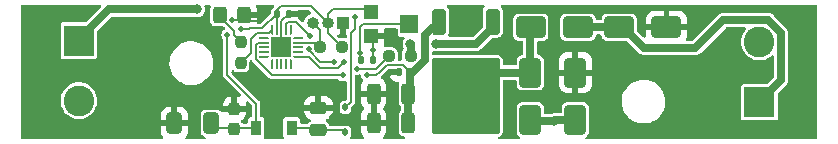
<source format=gbr>
%TF.GenerationSoftware,KiCad,Pcbnew,7.0.7*%
%TF.CreationDate,2023-10-02T21:32:42+02:00*%
%TF.ProjectId,circuitBreaker2.0,63697263-7569-4744-9272-65616b657232,rev?*%
%TF.SameCoordinates,Original*%
%TF.FileFunction,Copper,L1,Top*%
%TF.FilePolarity,Positive*%
%FSLAX46Y46*%
G04 Gerber Fmt 4.6, Leading zero omitted, Abs format (unit mm)*
G04 Created by KiCad (PCBNEW 7.0.7) date 2023-10-02 21:32:42*
%MOMM*%
%LPD*%
G01*
G04 APERTURE LIST*
G04 Aperture macros list*
%AMRoundRect*
0 Rectangle with rounded corners*
0 $1 Rounding radius*
0 $2 $3 $4 $5 $6 $7 $8 $9 X,Y pos of 4 corners*
0 Add a 4 corners polygon primitive as box body*
4,1,4,$2,$3,$4,$5,$6,$7,$8,$9,$2,$3,0*
0 Add four circle primitives for the rounded corners*
1,1,$1+$1,$2,$3*
1,1,$1+$1,$4,$5*
1,1,$1+$1,$6,$7*
1,1,$1+$1,$8,$9*
0 Add four rect primitives between the rounded corners*
20,1,$1+$1,$2,$3,$4,$5,0*
20,1,$1+$1,$4,$5,$6,$7,0*
20,1,$1+$1,$6,$7,$8,$9,0*
20,1,$1+$1,$8,$9,$2,$3,0*%
%AMFreePoly0*
4,1,9,3.862500,-0.866500,0.737500,-0.866500,0.737500,-0.450000,-0.737500,-0.450000,-0.737500,0.450000,0.737500,0.450000,0.737500,0.866500,3.862500,0.866500,3.862500,-0.866500,3.862500,-0.866500,$1*%
%AMFreePoly1*
4,1,14,0.334644,0.085355,0.385355,0.034644,0.400000,-0.000711,0.400000,-0.050000,0.385355,-0.085355,0.350000,-0.100000,-0.350000,-0.100000,-0.385355,-0.085355,-0.400000,-0.050000,-0.400000,0.050000,-0.385355,0.085355,-0.350000,0.100000,0.299289,0.100000,0.334644,0.085355,0.334644,0.085355,$1*%
%AMFreePoly2*
4,1,14,0.385355,0.085355,0.400000,0.050000,0.400000,0.000711,0.385355,-0.034644,0.334644,-0.085355,0.299289,-0.100000,-0.350000,-0.100000,-0.385355,-0.085355,-0.400000,-0.050000,-0.400000,0.050000,-0.385355,0.085355,-0.350000,0.100000,0.350000,0.100000,0.385355,0.085355,0.385355,0.085355,$1*%
%AMFreePoly3*
4,1,14,0.085355,0.385355,0.100000,0.350000,0.100000,-0.350000,0.085355,-0.385355,0.050000,-0.400000,-0.050000,-0.400000,-0.085355,-0.385355,-0.100000,-0.350000,-0.100000,0.299289,-0.085355,0.334644,-0.034644,0.385355,0.000711,0.400000,0.050000,0.400000,0.085355,0.385355,0.085355,0.385355,$1*%
%AMFreePoly4*
4,1,14,0.034644,0.385355,0.085355,0.334644,0.100000,0.299289,0.100000,-0.350000,0.085355,-0.385355,0.050000,-0.400000,-0.050000,-0.400000,-0.085355,-0.385355,-0.100000,-0.350000,-0.100000,0.350000,-0.085355,0.385355,-0.050000,0.400000,-0.000711,0.400000,0.034644,0.385355,0.034644,0.385355,$1*%
%AMFreePoly5*
4,1,14,0.385355,0.085355,0.400000,0.050000,0.400000,-0.050000,0.385355,-0.085355,0.350000,-0.100000,-0.299289,-0.100000,-0.334644,-0.085355,-0.385355,-0.034644,-0.400000,0.000711,-0.400000,0.050000,-0.385355,0.085355,-0.350000,0.100000,0.350000,0.100000,0.385355,0.085355,0.385355,0.085355,$1*%
%AMFreePoly6*
4,1,14,0.385355,0.085355,0.400000,0.050000,0.400000,-0.050000,0.385355,-0.085355,0.350000,-0.100000,-0.350000,-0.100000,-0.385355,-0.085355,-0.400000,-0.050000,-0.400000,-0.000711,-0.385355,0.034644,-0.334644,0.085355,-0.299289,0.100000,0.350000,0.100000,0.385355,0.085355,0.385355,0.085355,$1*%
%AMFreePoly7*
4,1,14,0.085355,0.385355,0.100000,0.350000,0.100000,-0.299289,0.085355,-0.334644,0.034644,-0.385355,-0.000711,-0.400000,-0.050000,-0.400000,-0.085355,-0.385355,-0.100000,-0.350000,-0.100000,0.350000,-0.085355,0.385355,-0.050000,0.400000,0.050000,0.400000,0.085355,0.385355,0.085355,0.385355,$1*%
%AMFreePoly8*
4,1,14,0.085355,0.385355,0.100000,0.350000,0.100000,-0.350000,0.085355,-0.385355,0.050000,-0.400000,0.000711,-0.400000,-0.034644,-0.385355,-0.085355,-0.334644,-0.100000,-0.299289,-0.100000,0.350000,-0.085355,0.385355,-0.050000,0.400000,0.050000,0.400000,0.085355,0.385355,0.085355,0.385355,$1*%
G04 Aperture macros list end*
%TA.AperFunction,SMDPad,CuDef*%
%ADD10R,1.200000X1.200000*%
%TD*%
%TA.AperFunction,SMDPad,CuDef*%
%ADD11R,1.500000X1.600000*%
%TD*%
%TA.AperFunction,SMDPad,CuDef*%
%ADD12RoundRect,0.237500X-0.237500X0.250000X-0.237500X-0.250000X0.237500X-0.250000X0.237500X0.250000X0*%
%TD*%
%TA.AperFunction,ComponentPad*%
%ADD13R,2.600000X2.600000*%
%TD*%
%TA.AperFunction,ComponentPad*%
%ADD14C,2.600000*%
%TD*%
%TA.AperFunction,SMDPad,CuDef*%
%ADD15RoundRect,0.250000X0.325000X0.450000X-0.325000X0.450000X-0.325000X-0.450000X0.325000X-0.450000X0*%
%TD*%
%TA.AperFunction,SMDPad,CuDef*%
%ADD16RoundRect,0.250000X0.650000X-1.000000X0.650000X1.000000X-0.650000X1.000000X-0.650000X-1.000000X0*%
%TD*%
%TA.AperFunction,SMDPad,CuDef*%
%ADD17RoundRect,0.250000X-0.312500X-0.625000X0.312500X-0.625000X0.312500X0.625000X-0.312500X0.625000X0*%
%TD*%
%TA.AperFunction,SMDPad,CuDef*%
%ADD18RoundRect,0.250000X0.412500X0.650000X-0.412500X0.650000X-0.412500X-0.650000X0.412500X-0.650000X0*%
%TD*%
%TA.AperFunction,SMDPad,CuDef*%
%ADD19RoundRect,0.140000X-0.140000X-0.170000X0.140000X-0.170000X0.140000X0.170000X-0.140000X0.170000X0*%
%TD*%
%TA.AperFunction,SMDPad,CuDef*%
%ADD20RoundRect,0.237500X0.250000X0.237500X-0.250000X0.237500X-0.250000X-0.237500X0.250000X-0.237500X0*%
%TD*%
%TA.AperFunction,SMDPad,CuDef*%
%ADD21RoundRect,0.250000X-1.000000X-0.650000X1.000000X-0.650000X1.000000X0.650000X-1.000000X0.650000X0*%
%TD*%
%TA.AperFunction,SMDPad,CuDef*%
%ADD22RoundRect,0.250000X-0.650000X1.000000X-0.650000X-1.000000X0.650000X-1.000000X0.650000X1.000000X0*%
%TD*%
%TA.AperFunction,SMDPad,CuDef*%
%ADD23RoundRect,0.250000X0.312500X0.625000X-0.312500X0.625000X-0.312500X-0.625000X0.312500X-0.625000X0*%
%TD*%
%TA.AperFunction,SMDPad,CuDef*%
%ADD24RoundRect,0.250000X0.475000X-0.250000X0.475000X0.250000X-0.475000X0.250000X-0.475000X-0.250000X0*%
%TD*%
%TA.AperFunction,SMDPad,CuDef*%
%ADD25RoundRect,0.250000X-0.350000X0.850000X-0.350000X-0.850000X0.350000X-0.850000X0.350000X0.850000X0*%
%TD*%
%TA.AperFunction,SMDPad,CuDef*%
%ADD26RoundRect,0.250000X-1.125000X1.275000X-1.125000X-1.275000X1.125000X-1.275000X1.125000X1.275000X0*%
%TD*%
%TA.AperFunction,SMDPad,CuDef*%
%ADD27RoundRect,0.249997X-2.650003X2.950003X-2.650003X-2.950003X2.650003X-2.950003X2.650003X2.950003X0*%
%TD*%
%TA.AperFunction,SMDPad,CuDef*%
%ADD28RoundRect,0.112500X0.112500X-0.187500X0.112500X0.187500X-0.112500X0.187500X-0.112500X-0.187500X0*%
%TD*%
%TA.AperFunction,SMDPad,CuDef*%
%ADD29RoundRect,0.140000X0.140000X0.170000X-0.140000X0.170000X-0.140000X-0.170000X0.140000X-0.170000X0*%
%TD*%
%TA.AperFunction,ComponentPad*%
%ADD30R,1.000000X1.000000*%
%TD*%
%TA.AperFunction,ComponentPad*%
%ADD31O,1.000000X1.000000*%
%TD*%
%TA.AperFunction,SMDPad,CuDef*%
%ADD32R,0.900000X1.300000*%
%TD*%
%TA.AperFunction,SMDPad,CuDef*%
%ADD33FreePoly0,90.000000*%
%TD*%
%TA.AperFunction,SMDPad,CuDef*%
%ADD34RoundRect,0.237500X0.237500X-0.300000X0.237500X0.300000X-0.237500X0.300000X-0.237500X-0.300000X0*%
%TD*%
%TA.AperFunction,SMDPad,CuDef*%
%ADD35FreePoly1,270.000000*%
%TD*%
%TA.AperFunction,SMDPad,CuDef*%
%ADD36RoundRect,0.050000X-0.050000X0.350000X-0.050000X-0.350000X0.050000X-0.350000X0.050000X0.350000X0*%
%TD*%
%TA.AperFunction,SMDPad,CuDef*%
%ADD37FreePoly2,270.000000*%
%TD*%
%TA.AperFunction,SMDPad,CuDef*%
%ADD38FreePoly3,270.000000*%
%TD*%
%TA.AperFunction,SMDPad,CuDef*%
%ADD39RoundRect,0.050000X-0.350000X0.050000X-0.350000X-0.050000X0.350000X-0.050000X0.350000X0.050000X0*%
%TD*%
%TA.AperFunction,SMDPad,CuDef*%
%ADD40FreePoly4,270.000000*%
%TD*%
%TA.AperFunction,SMDPad,CuDef*%
%ADD41FreePoly5,270.000000*%
%TD*%
%TA.AperFunction,SMDPad,CuDef*%
%ADD42FreePoly6,270.000000*%
%TD*%
%TA.AperFunction,SMDPad,CuDef*%
%ADD43FreePoly7,270.000000*%
%TD*%
%TA.AperFunction,SMDPad,CuDef*%
%ADD44FreePoly8,270.000000*%
%TD*%
%TA.AperFunction,SMDPad,CuDef*%
%ADD45R,1.700000X1.700000*%
%TD*%
%TA.AperFunction,ViaPad*%
%ADD46C,0.500000*%
%TD*%
%TA.AperFunction,ViaPad*%
%ADD47C,0.800000*%
%TD*%
%TA.AperFunction,Conductor*%
%ADD48C,0.700000*%
%TD*%
%TA.AperFunction,Conductor*%
%ADD49C,0.200000*%
%TD*%
G04 APERTURE END LIST*
D10*
%TO.P,RV101,1,1*%
%TO.N,+5V*%
X115929000Y-66945000D03*
D11*
%TO.P,RV101,2,2*%
%TO.N,/power control*%
X119179000Y-67945000D03*
D10*
%TO.P,RV101,3,3*%
%TO.N,GND*%
X115929000Y-68945000D03*
%TD*%
D12*
%TO.P,R110,1*%
%TO.N,Net-(D111-A)*%
X104902000Y-69445500D03*
%TO.P,R110,2*%
%TO.N,/LED*%
X104902000Y-71270500D03*
%TD*%
D13*
%TO.P,J103,1,Pin_1*%
%TO.N,Net-(D106-A)*%
X148805000Y-74545000D03*
D14*
%TO.P,J103,2,Pin_2*%
%TO.N,Net-(D110-A)*%
X148805000Y-69465000D03*
%TD*%
D15*
%TO.P,D111,1,K*%
%TO.N,GND*%
X105165000Y-67183000D03*
%TO.P,D111,2,A*%
%TO.N,Net-(D111-A)*%
X103115000Y-67183000D03*
%TD*%
D16*
%TO.P,D109,1,K*%
%TO.N,Net-(D108-A)*%
X133222000Y-76041000D03*
%TO.P,D109,2,A*%
%TO.N,GND*%
X133222000Y-72041000D03*
%TD*%
D17*
%TO.P,R107,1*%
%TO.N,GND*%
X116139500Y-73843500D03*
%TO.P,R107,2*%
%TO.N,/CS*%
X119064500Y-73843500D03*
%TD*%
D18*
%TO.P,C203,1*%
%TO.N,+5V*%
X102400500Y-76327000D03*
%TO.P,C203,2*%
%TO.N,GND*%
X99275500Y-76327000D03*
%TD*%
D19*
%TO.P,C101,1*%
%TO.N,/power control*%
X115090000Y-70993000D03*
%TO.P,C101,2*%
%TO.N,GND*%
X116050000Y-70993000D03*
%TD*%
D20*
%TO.P,R109,1*%
%TO.N,+5V*%
X113434500Y-69850000D03*
%TO.P,R109,2*%
%TO.N,/UDPI*%
X111609500Y-69850000D03*
%TD*%
D19*
%TO.P,C104,1*%
%TO.N,+5V*%
X107978000Y-67056000D03*
%TO.P,C104,2*%
%TO.N,GND*%
X108938000Y-67056000D03*
%TD*%
D21*
%TO.P,D107,1,K*%
%TO.N,Net-(D106-A)*%
X136937000Y-68199000D03*
%TO.P,D107,2,A*%
%TO.N,GND*%
X140937000Y-68199000D03*
%TD*%
D22*
%TO.P,D108,1,K*%
%TO.N,Net-(D106-K)*%
X129412000Y-72041000D03*
%TO.P,D108,2,A*%
%TO.N,Net-(D108-A)*%
X129412000Y-76041000D03*
%TD*%
D21*
%TO.P,D106,1,K*%
%TO.N,Net-(D106-K)*%
X129444000Y-68199000D03*
%TO.P,D106,2,A*%
%TO.N,Net-(D106-A)*%
X133444000Y-68199000D03*
%TD*%
D23*
%TO.P,R106,1*%
%TO.N,/CS*%
X119064500Y-76327000D03*
%TO.P,R106,2*%
%TO.N,GND*%
X116139500Y-76327000D03*
%TD*%
D24*
%TO.P,C201,1*%
%TO.N,VCC*%
X111458000Y-76919000D03*
%TO.P,C201,2*%
%TO.N,GND*%
X111458000Y-75019000D03*
%TD*%
D25*
%TO.P,Q102,1,B*%
%TO.N,Net-(Q102-B)*%
X126232000Y-67726000D03*
D26*
%TO.P,Q102,2,C*%
%TO.N,Net-(D106-K)*%
X125477000Y-72351000D03*
X122427000Y-72351000D03*
D27*
X123952000Y-74026000D03*
D26*
X125477000Y-75701000D03*
X122427000Y-75701000D03*
D25*
%TO.P,Q102,3,E*%
%TO.N,/CS*%
X121672000Y-67726000D03*
%TD*%
D28*
%TO.P,D110,1,K*%
%TO.N,VCC*%
X113744000Y-77080000D03*
%TO.P,D110,2,A*%
%TO.N,Net-(D110-A)*%
X113744000Y-74980000D03*
%TD*%
D13*
%TO.P,J104,1,Pin_1*%
%TO.N,Net-(D110-A)*%
X91195000Y-69337000D03*
D14*
%TO.P,J104,2,Pin_2*%
%TO.N,Net-(D108-A)*%
X91195000Y-74417000D03*
%TD*%
D29*
%TO.P,C103,1*%
%TO.N,/CS*%
X119253000Y-72009000D03*
%TO.P,C103,2*%
%TO.N,GND*%
X118293000Y-72009000D03*
%TD*%
D20*
%TO.P,R108,1*%
%TO.N,Net-(Q102-B)*%
X119276500Y-70612000D03*
%TO.P,R108,2*%
%TO.N,/ON{slash}OFF*%
X117451500Y-70612000D03*
%TD*%
D30*
%TO.P,J105,1,Pin_1*%
%TO.N,GND*%
X113538000Y-67818000D03*
D31*
%TO.P,J105,2,Pin_2*%
%TO.N,+5V*%
X112268000Y-67818000D03*
%TO.P,J105,3,Pin_3*%
%TO.N,/UDPI*%
X110998000Y-67818000D03*
%TD*%
D32*
%TO.P,U201,1,OUT*%
%TO.N,+5V*%
X106196000Y-76707000D03*
D33*
%TO.P,U201,2,GND*%
%TO.N,GND*%
X107696000Y-76619500D03*
D32*
%TO.P,U201,3,IN*%
%TO.N,VCC*%
X109196000Y-76707000D03*
%TD*%
D34*
%TO.P,C202,1*%
%TO.N,+5V*%
X104346000Y-76831500D03*
%TO.P,C202,2*%
%TO.N,GND*%
X104346000Y-75106500D03*
%TD*%
D35*
%TO.P,U101,1,PA2*%
%TO.N,unconnected-(U101-PA2-Pad1)*%
X109131000Y-68453000D03*
D36*
%TO.P,U101,2,PA3*%
%TO.N,/ON{slash}OFF*%
X108731000Y-68453000D03*
%TO.P,U101,3,GND*%
%TO.N,GND*%
X108331000Y-68453000D03*
%TO.P,U101,4,VCC*%
%TO.N,+5V*%
X107931000Y-68453000D03*
D37*
%TO.P,U101,5,PA4*%
%TO.N,/LED*%
X107531000Y-68453000D03*
D38*
%TO.P,U101,6,PA5*%
%TO.N,unconnected-(U101-PA5-Pad6)*%
X106881000Y-69103000D03*
D39*
%TO.P,U101,7,PA6*%
%TO.N,/CS*%
X106881000Y-69503000D03*
%TO.P,U101,8,PA7*%
%TO.N,unconnected-(U101-PA7-Pad8)*%
X106881000Y-69903000D03*
%TO.P,U101,9,PB5*%
%TO.N,unconnected-(U101-PB5-Pad9)*%
X106881000Y-70303000D03*
D40*
%TO.P,U101,10,PB4*%
%TO.N,unconnected-(U101-PB4-Pad10)*%
X106881000Y-70703000D03*
D41*
%TO.P,U101,11,PB3*%
%TO.N,unconnected-(U101-PB3-Pad11)*%
X107531000Y-71353000D03*
D36*
%TO.P,U101,12,PB2*%
%TO.N,unconnected-(U101-PB2-Pad12)*%
X107931000Y-71353000D03*
%TO.P,U101,13,PB1*%
%TO.N,unconnected-(U101-PB1-Pad13)*%
X108331000Y-71353000D03*
%TO.P,U101,14,PB0*%
%TO.N,unconnected-(U101-PB0-Pad14)*%
X108731000Y-71353000D03*
D42*
%TO.P,U101,15,PC0*%
%TO.N,unconnected-(U101-PC0-Pad15)*%
X109131000Y-71353000D03*
D43*
%TO.P,U101,16,PC1*%
%TO.N,/power control*%
X109781000Y-70703000D03*
D39*
%TO.P,U101,17,PC2*%
%TO.N,unconnected-(U101-PC2-Pad17)*%
X109781000Y-70303000D03*
%TO.P,U101,18,PC3*%
%TO.N,unconnected-(U101-PC3-Pad18)*%
X109781000Y-69903000D03*
%TO.P,U101,19,~{RESET}/PA0*%
%TO.N,/UDPI*%
X109781000Y-69503000D03*
D44*
%TO.P,U101,20,PA1*%
%TO.N,unconnected-(U101-PA1-Pad20)*%
X109781000Y-69103000D03*
D45*
%TO.P,U101,21,GND*%
%TO.N,GND*%
X108331000Y-69903000D03*
%TD*%
D46*
%TO.N,/CS*%
X115570000Y-72273826D03*
X113538000Y-72273826D03*
%TO.N,GND*%
X126111000Y-69977000D03*
X131445000Y-67818000D03*
X112522000Y-73279000D03*
X117475000Y-72136000D03*
X109474000Y-75184000D03*
X114935000Y-73787000D03*
X96139000Y-68580000D03*
X133350000Y-69850000D03*
X152146000Y-75819000D03*
X143002000Y-71628000D03*
X138811000Y-67564000D03*
X131318000Y-69977000D03*
X128016000Y-69977000D03*
X127889000Y-75819000D03*
X151511000Y-67437000D03*
X106426000Y-67691000D03*
X138811000Y-68453000D03*
X99314000Y-74041000D03*
X135001000Y-69850000D03*
X111252000Y-73152000D03*
X123317000Y-68072000D03*
X135509000Y-76200000D03*
X107823000Y-70358000D03*
X117602000Y-76327000D03*
X136525000Y-71247000D03*
X131318000Y-74168000D03*
X104140000Y-67564000D03*
X106045000Y-73152000D03*
X114554000Y-76200000D03*
X88138000Y-67818000D03*
X144018000Y-75819000D03*
X108839000Y-69342000D03*
X112649000Y-75819000D03*
X102616000Y-74676000D03*
X88519000Y-76200000D03*
X127762000Y-73279000D03*
X124841000Y-68072000D03*
X102870000Y-71501000D03*
X145796000Y-69977000D03*
X117729000Y-73279000D03*
X101346000Y-68072000D03*
X117602000Y-74422000D03*
X143129000Y-68199000D03*
X109601000Y-73660000D03*
X134874000Y-73914000D03*
X100711000Y-76327000D03*
X127508000Y-67818000D03*
X105537000Y-75184000D03*
X104140000Y-73787000D03*
X108839000Y-70358000D03*
X107823000Y-69342000D03*
X118364000Y-69977000D03*
X97536000Y-75946000D03*
X94996000Y-70612000D03*
X116078000Y-70104000D03*
X117221000Y-68961000D03*
X133350000Y-74168000D03*
X144018000Y-67691000D03*
%TO.N,+5V*%
X103759000Y-68834000D03*
X104922926Y-68332500D03*
D47*
%TO.N,Net-(D108-A)*%
X131445000Y-76168000D03*
%TO.N,Net-(D110-A)*%
X101219000Y-66699500D03*
D46*
X114554000Y-67310000D03*
D47*
%TO.N,Net-(Q102-B)*%
X119253000Y-69596000D03*
X121451500Y-69596000D03*
D46*
%TO.N,/ON{slash}OFF*%
X112776000Y-71120000D03*
X114771500Y-71724326D03*
X110672500Y-70052500D03*
X110744000Y-68953500D03*
%TO.N,/power control*%
X115029000Y-70358000D03*
X113672500Y-71120000D03*
%TD*%
D48*
%TO.N,/CS*%
X120502000Y-70987693D02*
X119480693Y-72009000D01*
D49*
X106172000Y-69717025D02*
X106172000Y-70888975D01*
D48*
X119253000Y-73655000D02*
X119064500Y-73843500D01*
D49*
X116666593Y-71962593D02*
X116355360Y-72273826D01*
X106881000Y-69503000D02*
X106386025Y-69503000D01*
D48*
X120502000Y-68896000D02*
X120502000Y-70987693D01*
D49*
X116355360Y-72273826D02*
X115570000Y-72273826D01*
X119253000Y-72009000D02*
X118631000Y-71387000D01*
D48*
X119480693Y-72009000D02*
X119253000Y-72009000D01*
X119064500Y-73843500D02*
X119064500Y-76327000D01*
D49*
X106172000Y-70888975D02*
X107556851Y-72273826D01*
D48*
X119253000Y-72009000D02*
X119253000Y-73655000D01*
D49*
X118631000Y-71387000D02*
X117242186Y-71387000D01*
X106386025Y-69503000D02*
X106172000Y-69717025D01*
X107556851Y-72273826D02*
X113538000Y-72273826D01*
X117242186Y-71387000D02*
X116666593Y-71962593D01*
D48*
X121672000Y-67726000D02*
X120502000Y-68896000D01*
D49*
%TO.N,GND*%
X116078000Y-70104000D02*
X116078000Y-69094000D01*
X116050000Y-70993000D02*
X116050000Y-70132000D01*
X116078000Y-69094000D02*
X115929000Y-68945000D01*
X116050000Y-70132000D02*
X116078000Y-70104000D01*
X106426000Y-67691000D02*
X105673000Y-67691000D01*
X108331000Y-67663000D02*
X108938000Y-67056000D01*
X104140000Y-67564000D02*
X104784000Y-67564000D01*
X108331000Y-68453000D02*
X108331000Y-69903000D01*
X104784000Y-67564000D02*
X105165000Y-67183000D01*
X108331000Y-68453000D02*
X108331000Y-67663000D01*
X105673000Y-67691000D02*
X105165000Y-67183000D01*
%TO.N,+5V*%
X106196000Y-74700000D02*
X106196000Y-76707000D01*
X115929000Y-66945000D02*
X115659000Y-66675000D01*
X102780500Y-76707000D02*
X106196000Y-76707000D01*
X112687000Y-66637000D02*
X112268000Y-67056000D01*
X103759000Y-72263000D02*
X106196000Y-74700000D01*
X108331000Y-66421000D02*
X107978000Y-66774000D01*
X107978000Y-66774000D02*
X107978000Y-67056000D01*
X104922926Y-68332500D02*
X105568317Y-68332500D01*
X103759000Y-68834000D02*
X103759000Y-72263000D01*
X115659000Y-66675000D02*
X114376000Y-66675000D01*
X114376000Y-66675000D02*
X114338000Y-66637000D01*
X114338000Y-66637000D02*
X112687000Y-66637000D01*
X110871000Y-66421000D02*
X108331000Y-66421000D01*
X105568317Y-68332500D02*
X105597817Y-68303000D01*
X112268000Y-67818000D02*
X110871000Y-66421000D01*
X102400500Y-76327000D02*
X102780500Y-76707000D01*
X112268000Y-68683500D02*
X112268000Y-67818000D01*
X112268000Y-67056000D02*
X112268000Y-67818000D01*
X106703000Y-68303000D02*
X107950000Y-67056000D01*
X107950000Y-67056000D02*
X107978000Y-67056000D01*
X113434500Y-69850000D02*
X112268000Y-68683500D01*
X107931000Y-67103000D02*
X107931000Y-68453000D01*
X105597817Y-68303000D02*
X106703000Y-68303000D01*
X107978000Y-67056000D02*
X107931000Y-67103000D01*
%TO.N,VCC*%
X111246000Y-76707000D02*
X111458000Y-76919000D01*
X111458000Y-76919000D02*
X113583000Y-76919000D01*
X113583000Y-76919000D02*
X113744000Y-77080000D01*
X109196000Y-76707000D02*
X111246000Y-76707000D01*
D48*
%TO.N,Net-(D106-K)*%
X129412000Y-68231000D02*
X129444000Y-68199000D01*
X129412000Y-72041000D02*
X129412000Y-68231000D01*
X125787000Y-72041000D02*
X125477000Y-72351000D01*
X129412000Y-72041000D02*
X125787000Y-72041000D01*
%TO.N,Net-(D106-A)*%
X150655000Y-72695000D02*
X150655000Y-68698704D01*
X148805000Y-74545000D02*
X150655000Y-72695000D01*
X150655000Y-68698704D02*
X149571296Y-67615000D01*
X133444000Y-68199000D02*
X136937000Y-68199000D01*
X139065000Y-69977000D02*
X137287000Y-68199000D01*
X143383000Y-69977000D02*
X139065000Y-69977000D01*
X137287000Y-68199000D02*
X136937000Y-68199000D01*
X145745000Y-67615000D02*
X143383000Y-69977000D01*
X149571296Y-67615000D02*
X145745000Y-67615000D01*
%TO.N,Net-(D108-A)*%
X131445000Y-76168000D02*
X129539000Y-76168000D01*
X133222000Y-76041000D02*
X131572000Y-76041000D01*
X129539000Y-76168000D02*
X129412000Y-76041000D01*
X131572000Y-76041000D02*
X131445000Y-76168000D01*
X91308000Y-74417000D02*
X91195000Y-74417000D01*
%TO.N,Net-(D110-A)*%
X91195000Y-69337000D02*
X91195000Y-69206000D01*
X92964000Y-67437000D02*
X93701500Y-66699500D01*
X91195000Y-69206000D02*
X92964000Y-67437000D01*
X93701500Y-66699500D02*
X101219000Y-66699500D01*
D49*
X114222000Y-74502000D02*
X113744000Y-74980000D01*
X114222000Y-68658000D02*
X114222000Y-74502000D01*
X114554000Y-68326000D02*
X114222000Y-68658000D01*
X114554000Y-67310000D02*
X114554000Y-68326000D01*
%TO.N,Net-(D111-A)*%
X104902000Y-69445500D02*
X104309000Y-68852500D01*
X104309000Y-68852500D02*
X104309000Y-68510818D01*
X103115000Y-67316818D02*
X103115000Y-67183000D01*
X104309000Y-68510818D02*
X103115000Y-67316818D01*
D48*
%TO.N,Net-(Q102-B)*%
X119276500Y-69619500D02*
X119253000Y-69596000D01*
X126232000Y-68205000D02*
X126232000Y-67726000D01*
X119276500Y-70612000D02*
X119276500Y-69619500D01*
X124841000Y-69596000D02*
X126232000Y-68205000D01*
X121451500Y-69596000D02*
X124841000Y-69596000D01*
D49*
%TO.N,/ON{slash}OFF*%
X108731000Y-67958025D02*
X108936025Y-67753000D01*
X111631860Y-71120000D02*
X110672500Y-70160640D01*
X108731000Y-68453000D02*
X108731000Y-67958025D01*
X117451500Y-70612000D02*
X116339174Y-71724326D01*
X109543500Y-67753000D02*
X110744000Y-68953500D01*
X112776000Y-71120000D02*
X111631860Y-71120000D01*
X108936025Y-67753000D02*
X109543500Y-67753000D01*
X110672500Y-70160640D02*
X110672500Y-70052500D01*
X116339174Y-71724326D02*
X114771500Y-71724326D01*
%TO.N,/UDPI*%
X110998000Y-67818000D02*
X111633000Y-68453000D01*
X111262500Y-69503000D02*
X109781000Y-69503000D01*
X111633000Y-69826500D02*
X111609500Y-69850000D01*
X111609500Y-69850000D02*
X111262500Y-69503000D01*
X111633000Y-68453000D02*
X111633000Y-69826500D01*
%TO.N,/LED*%
X105772000Y-69234000D02*
X106303000Y-68703000D01*
X105772000Y-70400500D02*
X105772000Y-69234000D01*
X107281000Y-68703000D02*
X107531000Y-68453000D01*
X104902000Y-71270500D02*
X105772000Y-70400500D01*
X106303000Y-68703000D02*
X107281000Y-68703000D01*
%TO.N,/power control*%
X113672500Y-71120000D02*
X113122500Y-71670000D01*
X115029000Y-70932000D02*
X115090000Y-70993000D01*
X111616174Y-71670000D02*
X110649174Y-70703000D01*
X115029000Y-70358000D02*
X115029000Y-70932000D01*
X115029000Y-68172000D02*
X115029000Y-70358000D01*
X113122500Y-71670000D02*
X111616174Y-71670000D01*
X119179000Y-67945000D02*
X115256000Y-67945000D01*
X110649174Y-70703000D02*
X109781000Y-70703000D01*
X115256000Y-67945000D02*
X115029000Y-68172000D01*
%TD*%
%TA.AperFunction,Conductor*%
%TO.N,GND*%
G36*
X93018941Y-66320185D02*
G01*
X93064696Y-66372989D01*
X93074640Y-66442147D01*
X93045615Y-66505703D01*
X93039583Y-66512181D01*
X92549773Y-67001991D01*
X91801584Y-67750181D01*
X91740261Y-67783666D01*
X91713903Y-67786500D01*
X89870323Y-67786500D01*
X89797264Y-67801032D01*
X89797260Y-67801033D01*
X89714399Y-67856399D01*
X89659033Y-67939260D01*
X89659032Y-67939264D01*
X89644500Y-68012321D01*
X89644500Y-70661678D01*
X89659032Y-70734735D01*
X89659033Y-70734739D01*
X89677405Y-70762234D01*
X89714399Y-70817601D01*
X89797260Y-70872966D01*
X89797264Y-70872967D01*
X89870321Y-70887499D01*
X89870324Y-70887500D01*
X89870326Y-70887500D01*
X92519676Y-70887500D01*
X92519677Y-70887499D01*
X92592740Y-70872966D01*
X92675601Y-70817601D01*
X92730966Y-70734740D01*
X92745500Y-70661674D01*
X92745500Y-68556097D01*
X92765185Y-68489058D01*
X92781819Y-68468416D01*
X93913916Y-67336319D01*
X93975239Y-67302834D01*
X94001597Y-67300000D01*
X100932834Y-67300000D01*
X100978930Y-67311362D01*
X100979623Y-67309537D01*
X100986634Y-67312196D01*
X101140014Y-67350000D01*
X101140015Y-67350000D01*
X101297985Y-67350000D01*
X101451365Y-67312196D01*
X101463170Y-67306000D01*
X101591240Y-67238783D01*
X101709483Y-67134030D01*
X101799220Y-67004023D01*
X101855237Y-66856318D01*
X101874278Y-66699500D01*
X101872531Y-66685116D01*
X101866285Y-66633671D01*
X101855237Y-66542682D01*
X101827093Y-66468471D01*
X101821726Y-66398808D01*
X101854874Y-66337301D01*
X101916012Y-66303480D01*
X101943035Y-66300500D01*
X102241053Y-66300500D01*
X102308092Y-66320185D01*
X102353847Y-66372989D01*
X102363791Y-66442147D01*
X102349885Y-66483928D01*
X102346202Y-66490671D01*
X102295908Y-66625517D01*
X102289501Y-66685116D01*
X102289500Y-66685135D01*
X102289500Y-67680870D01*
X102289501Y-67680876D01*
X102295908Y-67740483D01*
X102346202Y-67875328D01*
X102346206Y-67875335D01*
X102432452Y-67990544D01*
X102432455Y-67990547D01*
X102547664Y-68076793D01*
X102547671Y-68076797D01*
X102592618Y-68093560D01*
X102682517Y-68127091D01*
X102742127Y-68133500D01*
X103384637Y-68133499D01*
X103451676Y-68153183D01*
X103472318Y-68169818D01*
X103517820Y-68215320D01*
X103551305Y-68276643D01*
X103546321Y-68346335D01*
X103504449Y-68402268D01*
X103497178Y-68407317D01*
X103427873Y-68451856D01*
X103333623Y-68560626D01*
X103333622Y-68560628D01*
X103273834Y-68691543D01*
X103253353Y-68834000D01*
X103273834Y-68976456D01*
X103327097Y-69093084D01*
X103333623Y-69107373D01*
X103378213Y-69158833D01*
X103407238Y-69222388D01*
X103408500Y-69240035D01*
X103408500Y-72213788D01*
X103405861Y-72239232D01*
X103403957Y-72248311D01*
X103403957Y-72248317D01*
X103408023Y-72280937D01*
X103408500Y-72288614D01*
X103408500Y-72292038D01*
X103412087Y-72313541D01*
X103418427Y-72364393D01*
X103420520Y-72371426D01*
X103422908Y-72378381D01*
X103447295Y-72423444D01*
X103469801Y-72469483D01*
X103474065Y-72475455D01*
X103478580Y-72481256D01*
X103478581Y-72481257D01*
X103478582Y-72481258D01*
X103483747Y-72486013D01*
X103516275Y-72515958D01*
X104881144Y-73880826D01*
X104914629Y-73942149D01*
X104909645Y-74011841D01*
X104867773Y-74067774D01*
X104802309Y-74092191D01*
X104754462Y-74086214D01*
X104733652Y-74079319D01*
X104632654Y-74069000D01*
X104596000Y-74069000D01*
X104596000Y-74856500D01*
X105320998Y-74856500D01*
X105320999Y-74757360D01*
X105320998Y-74757345D01*
X105310680Y-74656348D01*
X105303786Y-74635543D01*
X105301382Y-74565715D01*
X105337112Y-74505672D01*
X105399632Y-74474478D01*
X105469091Y-74482036D01*
X105509172Y-74508855D01*
X105809181Y-74808863D01*
X105842666Y-74870186D01*
X105845500Y-74896544D01*
X105845500Y-75682500D01*
X105825815Y-75749539D01*
X105773011Y-75795294D01*
X105727320Y-75805233D01*
X105727386Y-75805903D01*
X105721645Y-75806468D01*
X105721500Y-75806500D01*
X105721323Y-75806500D01*
X105648264Y-75821032D01*
X105648260Y-75821033D01*
X105565399Y-75876399D01*
X105510033Y-75959260D01*
X105510032Y-75959264D01*
X105495500Y-76032321D01*
X105495500Y-76232500D01*
X105475815Y-76299539D01*
X105423011Y-76345294D01*
X105371500Y-76356500D01*
X105123245Y-76356500D01*
X105056206Y-76336815D01*
X105023039Y-76301191D01*
X105021528Y-76302323D01*
X105002406Y-76276779D01*
X104949460Y-76206052D01*
X104925043Y-76140590D01*
X104939894Y-76072317D01*
X104983631Y-76026204D01*
X105044037Y-75988945D01*
X105165944Y-75867038D01*
X105165947Y-75867034D01*
X105256448Y-75720311D01*
X105256453Y-75720300D01*
X105310680Y-75556652D01*
X105320999Y-75455654D01*
X105321000Y-75455641D01*
X105321000Y-75356500D01*
X103368997Y-75356500D01*
X103312087Y-75387574D01*
X103242396Y-75382588D01*
X103186465Y-75340719D01*
X103179319Y-75331173D01*
X103170546Y-75319454D01*
X103170544Y-75319453D01*
X103170544Y-75319452D01*
X103055335Y-75233206D01*
X103055328Y-75233202D01*
X102920482Y-75182908D01*
X102920483Y-75182908D01*
X102860883Y-75176501D01*
X102860881Y-75176500D01*
X102860873Y-75176500D01*
X102860864Y-75176500D01*
X101940129Y-75176500D01*
X101940123Y-75176501D01*
X101880516Y-75182908D01*
X101745671Y-75233202D01*
X101745664Y-75233206D01*
X101630455Y-75319452D01*
X101630452Y-75319455D01*
X101544206Y-75434664D01*
X101544202Y-75434671D01*
X101493908Y-75569517D01*
X101487501Y-75629116D01*
X101487500Y-75629135D01*
X101487500Y-77024870D01*
X101487501Y-77024876D01*
X101493908Y-77084483D01*
X101544202Y-77219328D01*
X101544206Y-77219335D01*
X101630452Y-77334544D01*
X101630455Y-77334547D01*
X101745664Y-77420793D01*
X101745671Y-77420797D01*
X101848951Y-77459318D01*
X101904885Y-77501189D01*
X101929302Y-77566653D01*
X101914451Y-77634926D01*
X101865045Y-77684332D01*
X101805618Y-77699500D01*
X100325523Y-77699500D01*
X100258484Y-77679815D01*
X100212729Y-77627011D01*
X100202785Y-77557853D01*
X100231810Y-77494297D01*
X100237842Y-77487819D01*
X100280315Y-77445345D01*
X100372356Y-77296124D01*
X100372358Y-77296119D01*
X100427505Y-77129697D01*
X100427506Y-77129690D01*
X100437999Y-77026986D01*
X100438000Y-77026973D01*
X100438000Y-76577000D01*
X98113001Y-76577000D01*
X98113001Y-77026986D01*
X98123494Y-77129697D01*
X98178641Y-77296119D01*
X98178643Y-77296124D01*
X98270684Y-77445345D01*
X98313158Y-77487819D01*
X98346643Y-77549142D01*
X98341659Y-77618834D01*
X98299787Y-77674767D01*
X98234323Y-77699184D01*
X98225477Y-77699500D01*
X86424500Y-77699500D01*
X86357461Y-77679815D01*
X86311706Y-77627011D01*
X86300500Y-77575500D01*
X86300500Y-76077000D01*
X98113000Y-76077000D01*
X99025500Y-76077000D01*
X99025500Y-74927000D01*
X99525500Y-74927000D01*
X99525500Y-76077000D01*
X100437999Y-76077000D01*
X100437999Y-75627028D01*
X100437998Y-75627013D01*
X100427505Y-75524302D01*
X100372358Y-75357880D01*
X100372356Y-75357875D01*
X100280315Y-75208654D01*
X100156345Y-75084684D01*
X100007124Y-74992643D01*
X100007119Y-74992641D01*
X99840697Y-74937494D01*
X99840690Y-74937493D01*
X99737986Y-74927000D01*
X99525500Y-74927000D01*
X99025500Y-74927000D01*
X98813029Y-74927000D01*
X98813012Y-74927001D01*
X98710302Y-74937494D01*
X98543880Y-74992641D01*
X98543875Y-74992643D01*
X98394654Y-75084684D01*
X98270684Y-75208654D01*
X98178643Y-75357875D01*
X98178641Y-75357880D01*
X98123494Y-75524302D01*
X98123493Y-75524309D01*
X98113000Y-75627013D01*
X98113000Y-76077000D01*
X86300500Y-76077000D01*
X86300500Y-74417000D01*
X89639706Y-74417000D01*
X89658853Y-74660297D01*
X89658853Y-74660300D01*
X89658854Y-74660302D01*
X89715643Y-74896843D01*
X89715830Y-74897619D01*
X89809222Y-75123089D01*
X89936737Y-75331173D01*
X89936738Y-75331176D01*
X89958367Y-75356500D01*
X90095241Y-75516759D01*
X90226817Y-75629135D01*
X90280823Y-75675261D01*
X90280826Y-75675262D01*
X90488910Y-75802777D01*
X90714381Y-75896169D01*
X90714378Y-75896169D01*
X90714384Y-75896170D01*
X90714388Y-75896172D01*
X90951698Y-75953146D01*
X91195000Y-75972294D01*
X91438302Y-75953146D01*
X91675612Y-75896172D01*
X91901089Y-75802777D01*
X92109179Y-75675259D01*
X92294759Y-75516759D01*
X92453259Y-75331179D01*
X92580777Y-75123089D01*
X92674172Y-74897612D01*
X92684042Y-74856500D01*
X103371000Y-74856500D01*
X104095999Y-74856500D01*
X104095999Y-74069000D01*
X104059361Y-74069000D01*
X104059343Y-74069001D01*
X103958347Y-74079319D01*
X103794699Y-74133546D01*
X103794688Y-74133551D01*
X103647965Y-74224052D01*
X103647961Y-74224055D01*
X103526055Y-74345961D01*
X103526052Y-74345965D01*
X103435551Y-74492688D01*
X103435546Y-74492699D01*
X103381319Y-74656347D01*
X103371000Y-74757345D01*
X103371000Y-74856500D01*
X92684042Y-74856500D01*
X92731146Y-74660302D01*
X92750294Y-74417000D01*
X92731146Y-74173698D01*
X92674172Y-73936388D01*
X92659480Y-73900917D01*
X92580777Y-73710910D01*
X92453262Y-73502826D01*
X92453261Y-73502823D01*
X92382851Y-73420384D01*
X92294759Y-73317241D01*
X92150099Y-73193690D01*
X92109176Y-73158738D01*
X92109173Y-73158737D01*
X91901089Y-73031222D01*
X91675618Y-72937830D01*
X91675621Y-72937830D01*
X91515446Y-72899375D01*
X91438302Y-72880854D01*
X91438300Y-72880853D01*
X91438297Y-72880853D01*
X91195000Y-72861706D01*
X90951702Y-72880853D01*
X90714380Y-72937830D01*
X90488910Y-73031222D01*
X90280826Y-73158737D01*
X90280823Y-73158738D01*
X90095241Y-73317241D01*
X89936738Y-73502823D01*
X89936737Y-73502826D01*
X89809222Y-73710910D01*
X89715830Y-73936380D01*
X89658853Y-74173702D01*
X89639706Y-74417000D01*
X86300500Y-74417000D01*
X86300500Y-71314763D01*
X98856787Y-71314763D01*
X98886413Y-71584013D01*
X98886415Y-71584024D01*
X98954926Y-71846082D01*
X98954928Y-71846088D01*
X99060870Y-72095390D01*
X99194006Y-72313541D01*
X99201979Y-72326605D01*
X99201986Y-72326615D01*
X99375253Y-72534819D01*
X99375259Y-72534824D01*
X99480220Y-72628869D01*
X99576998Y-72715582D01*
X99802910Y-72865044D01*
X100048176Y-72980020D01*
X100048183Y-72980022D01*
X100048185Y-72980023D01*
X100307557Y-73058057D01*
X100307564Y-73058058D01*
X100307569Y-73058060D01*
X100575561Y-73097500D01*
X100575566Y-73097500D01*
X100778636Y-73097500D01*
X100830133Y-73093730D01*
X100981156Y-73082677D01*
X101093758Y-73057593D01*
X101245546Y-73023782D01*
X101245548Y-73023781D01*
X101245553Y-73023780D01*
X101498558Y-72927014D01*
X101734777Y-72794441D01*
X101949177Y-72628888D01*
X102137186Y-72433881D01*
X102294799Y-72213579D01*
X102368787Y-72069669D01*
X102418649Y-71972690D01*
X102418651Y-71972684D01*
X102418656Y-71972675D01*
X102506118Y-71716305D01*
X102555319Y-71449933D01*
X102565212Y-71179235D01*
X102535586Y-70909982D01*
X102467072Y-70647912D01*
X102361130Y-70398610D01*
X102220018Y-70167390D01*
X102181026Y-70120536D01*
X102046746Y-69959180D01*
X102046740Y-69959175D01*
X101845002Y-69778418D01*
X101619092Y-69628957D01*
X101619090Y-69628956D01*
X101373824Y-69513980D01*
X101373819Y-69513978D01*
X101373814Y-69513976D01*
X101114442Y-69435942D01*
X101114428Y-69435939D01*
X100998791Y-69418921D01*
X100846439Y-69396500D01*
X100643369Y-69396500D01*
X100643364Y-69396500D01*
X100440844Y-69411323D01*
X100440831Y-69411325D01*
X100176453Y-69470217D01*
X100176446Y-69470220D01*
X99923439Y-69566987D01*
X99687226Y-69699557D01*
X99687224Y-69699558D01*
X99687223Y-69699559D01*
X99656855Y-69723008D01*
X99472822Y-69865112D01*
X99284822Y-70060109D01*
X99284816Y-70060116D01*
X99127202Y-70280419D01*
X99127199Y-70280424D01*
X99003350Y-70521309D01*
X99003343Y-70521327D01*
X98915884Y-70777685D01*
X98915881Y-70777699D01*
X98898040Y-70874290D01*
X98867032Y-71042170D01*
X98866681Y-71044068D01*
X98866680Y-71044075D01*
X98856787Y-71314763D01*
X86300500Y-71314763D01*
X86300500Y-66424500D01*
X86320185Y-66357461D01*
X86372989Y-66311706D01*
X86424500Y-66300500D01*
X92951902Y-66300500D01*
X93018941Y-66320185D01*
G37*
%TD.AperFunction*%
%TA.AperFunction,Conductor*%
G36*
X105832703Y-71015496D02*
G01*
X105862899Y-71054747D01*
X105882802Y-71095459D01*
X105882804Y-71095461D01*
X105887065Y-71101430D01*
X105891580Y-71107231D01*
X105891581Y-71107232D01*
X105891582Y-71107233D01*
X105894792Y-71110188D01*
X105929275Y-71141933D01*
X107274213Y-72486870D01*
X107290337Y-72506725D01*
X107295414Y-72514495D01*
X107321359Y-72534688D01*
X107327111Y-72539768D01*
X107329544Y-72542201D01*
X107329547Y-72542203D01*
X107329548Y-72542204D01*
X107337175Y-72547649D01*
X107347289Y-72554870D01*
X107387725Y-72586343D01*
X107387727Y-72586343D01*
X107394161Y-72589825D01*
X107394195Y-72589842D01*
X107394241Y-72589867D01*
X107400783Y-72593065D01*
X107400784Y-72593065D01*
X107400785Y-72593066D01*
X107414929Y-72597277D01*
X107449896Y-72607688D01*
X107498360Y-72624325D01*
X107498363Y-72624326D01*
X107498366Y-72624326D01*
X107505476Y-72625513D01*
X107505582Y-72625526D01*
X107505706Y-72625546D01*
X107512897Y-72626443D01*
X107564082Y-72624326D01*
X113124105Y-72624326D01*
X113191144Y-72644011D01*
X113205312Y-72654616D01*
X113206866Y-72655963D01*
X113206872Y-72655969D01*
X113327947Y-72733779D01*
X113327950Y-72733780D01*
X113327949Y-72733780D01*
X113466036Y-72774325D01*
X113466038Y-72774326D01*
X113466039Y-72774326D01*
X113609961Y-72774326D01*
X113712565Y-72744199D01*
X113782434Y-72744199D01*
X113841212Y-72781973D01*
X113870237Y-72845529D01*
X113871499Y-72863176D01*
X113871499Y-74305455D01*
X113851814Y-74372494D01*
X113835180Y-74393136D01*
X113835135Y-74393181D01*
X113773812Y-74426666D01*
X113747455Y-74429500D01*
X113597049Y-74429500D01*
X113526493Y-74439779D01*
X113417650Y-74492989D01*
X113331988Y-74578651D01*
X113278780Y-74687488D01*
X113276530Y-74702933D01*
X113268500Y-74758051D01*
X113268500Y-74758055D01*
X113268500Y-74758056D01*
X113268500Y-75201950D01*
X113278779Y-75272506D01*
X113278779Y-75272507D01*
X113278780Y-75272509D01*
X113315876Y-75348389D01*
X113331989Y-75381349D01*
X113417651Y-75467011D01*
X113526488Y-75520219D01*
X113526489Y-75520219D01*
X113526491Y-75520220D01*
X113597051Y-75530500D01*
X113890948Y-75530499D01*
X113890950Y-75530499D01*
X113919172Y-75526387D01*
X113961509Y-75520220D01*
X114070347Y-75467012D01*
X114156012Y-75381347D01*
X114209220Y-75272509D01*
X114219500Y-75201949D01*
X114219499Y-75051543D01*
X114239183Y-74984504D01*
X114255813Y-74963867D01*
X114435046Y-74784634D01*
X114454902Y-74768511D01*
X114462669Y-74763437D01*
X114482873Y-74737477D01*
X114487941Y-74731739D01*
X114490375Y-74729307D01*
X114503044Y-74711561D01*
X114534517Y-74671126D01*
X114534518Y-74671120D01*
X114538017Y-74664655D01*
X114541235Y-74658072D01*
X114541240Y-74658066D01*
X114552218Y-74621190D01*
X114555861Y-74608955D01*
X114561869Y-74591453D01*
X114572500Y-74560488D01*
X114572500Y-74560479D01*
X114573706Y-74553256D01*
X114574617Y-74545952D01*
X114572500Y-74494770D01*
X114572500Y-72348826D01*
X114592185Y-72281787D01*
X114644989Y-72236032D01*
X114696500Y-72224826D01*
X114843461Y-72224826D01*
X114911341Y-72204895D01*
X114981207Y-72204895D01*
X115039985Y-72242668D01*
X115069011Y-72306224D01*
X115069011Y-72306225D01*
X115084834Y-72416282D01*
X115142340Y-72542201D01*
X115144623Y-72547199D01*
X115181573Y-72589842D01*
X115210740Y-72623503D01*
X115239764Y-72687059D01*
X115229820Y-72756217D01*
X115222565Y-72769801D01*
X115142645Y-72899371D01*
X115142641Y-72899380D01*
X115087494Y-73065802D01*
X115087493Y-73065809D01*
X115077000Y-73168513D01*
X115077000Y-73593500D01*
X117201999Y-73593500D01*
X117201999Y-73168528D01*
X117201998Y-73168513D01*
X117191505Y-73065802D01*
X117136358Y-72899380D01*
X117136356Y-72899375D01*
X117044315Y-72750154D01*
X116920345Y-72626184D01*
X116793020Y-72547649D01*
X116746295Y-72495701D01*
X116735074Y-72426738D01*
X116762917Y-72362656D01*
X116770421Y-72354445D01*
X116855635Y-72269230D01*
X116855638Y-72269229D01*
X116873076Y-72251791D01*
X116873077Y-72251791D01*
X117351049Y-71773818D01*
X117412372Y-71740334D01*
X117438730Y-71737500D01*
X117440096Y-71737500D01*
X117507135Y-71757185D01*
X117509299Y-71759000D01*
X118418999Y-71759000D01*
X118486038Y-71778685D01*
X118531793Y-71831489D01*
X118542999Y-71883000D01*
X118543000Y-72135000D01*
X118523316Y-72202039D01*
X118470512Y-72247794D01*
X118419000Y-72259000D01*
X117514210Y-72259000D01*
X117515854Y-72279910D01*
X117560968Y-72435195D01*
X117643278Y-72574374D01*
X117643285Y-72574383D01*
X117757616Y-72688714D01*
X117757625Y-72688721D01*
X117896803Y-72771030D01*
X118052090Y-72816145D01*
X118088360Y-72818999D01*
X118188229Y-72818999D01*
X118255268Y-72838683D01*
X118301024Y-72891486D01*
X118310968Y-72960645D01*
X118304412Y-72986331D01*
X118257909Y-73111014D01*
X118257908Y-73111016D01*
X118251501Y-73170616D01*
X118251501Y-73170623D01*
X118251500Y-73170635D01*
X118251500Y-74516370D01*
X118251501Y-74516376D01*
X118257908Y-74575983D01*
X118308202Y-74710828D01*
X118308206Y-74710835D01*
X118394452Y-74826044D01*
X118394453Y-74826045D01*
X118394454Y-74826046D01*
X118414310Y-74840910D01*
X118456182Y-74896843D01*
X118464000Y-74940177D01*
X118464000Y-75230321D01*
X118444315Y-75297360D01*
X118414313Y-75329586D01*
X118394459Y-75344449D01*
X118394451Y-75344457D01*
X118308206Y-75459664D01*
X118308202Y-75459671D01*
X118257908Y-75594517D01*
X118251501Y-75654116D01*
X118251501Y-75654123D01*
X118251500Y-75654135D01*
X118251500Y-76999870D01*
X118251501Y-76999876D01*
X118257908Y-77059483D01*
X118308202Y-77194328D01*
X118308206Y-77194335D01*
X118394452Y-77309544D01*
X118394455Y-77309547D01*
X118509664Y-77395793D01*
X118509671Y-77395797D01*
X118554618Y-77412561D01*
X118644517Y-77446091D01*
X118701442Y-77452211D01*
X118765990Y-77478948D01*
X118805838Y-77536341D01*
X118808332Y-77606166D01*
X118772680Y-77666255D01*
X118710201Y-77697530D01*
X118688184Y-77699500D01*
X117064523Y-77699500D01*
X116997484Y-77679815D01*
X116951729Y-77627011D01*
X116941785Y-77557853D01*
X116970810Y-77494297D01*
X116976842Y-77487819D01*
X117044315Y-77420345D01*
X117136356Y-77271124D01*
X117136358Y-77271119D01*
X117191505Y-77104697D01*
X117191506Y-77104690D01*
X117201999Y-77001986D01*
X117202000Y-77001973D01*
X117202000Y-76577000D01*
X115077001Y-76577000D01*
X115077001Y-77001986D01*
X115087494Y-77104697D01*
X115142641Y-77271119D01*
X115142643Y-77271124D01*
X115234684Y-77420345D01*
X115302158Y-77487819D01*
X115335643Y-77549142D01*
X115330659Y-77618834D01*
X115288787Y-77674767D01*
X115223323Y-77699184D01*
X115214477Y-77699500D01*
X114237222Y-77699500D01*
X114170183Y-77679815D01*
X114124428Y-77627011D01*
X114114484Y-77557853D01*
X114143509Y-77494297D01*
X114149541Y-77487819D01*
X114156011Y-77481348D01*
X114156011Y-77481347D01*
X114156012Y-77481347D01*
X114209220Y-77372509D01*
X114219500Y-77301949D01*
X114219499Y-76858052D01*
X114209220Y-76787491D01*
X114156012Y-76678653D01*
X114156010Y-76678651D01*
X114156010Y-76678650D01*
X114070348Y-76592988D01*
X113961511Y-76539780D01*
X113943869Y-76537210D01*
X113890949Y-76529500D01*
X113890943Y-76529500D01*
X113597049Y-76529500D01*
X113526493Y-76539779D01*
X113526489Y-76539780D01*
X113493517Y-76555900D01*
X113439056Y-76568500D01*
X112515791Y-76568500D01*
X112448752Y-76548815D01*
X112402997Y-76496011D01*
X112399609Y-76487833D01*
X112376797Y-76426671D01*
X112376793Y-76426664D01*
X112290547Y-76311455D01*
X112290544Y-76311452D01*
X112175335Y-76225206D01*
X112175329Y-76225203D01*
X112155529Y-76217818D01*
X112099596Y-76175946D01*
X112075179Y-76110482D01*
X112082463Y-76077000D01*
X115077000Y-76077000D01*
X115889500Y-76077000D01*
X115889500Y-74093500D01*
X116389500Y-74093500D01*
X116389500Y-76077000D01*
X117201999Y-76077000D01*
X117201999Y-75652028D01*
X117201998Y-75652013D01*
X117191505Y-75549302D01*
X117136358Y-75382880D01*
X117136356Y-75382875D01*
X117044315Y-75233654D01*
X116983592Y-75172931D01*
X116950107Y-75111608D01*
X116955091Y-75041916D01*
X116983592Y-74997569D01*
X117044315Y-74936845D01*
X117136356Y-74787624D01*
X117136358Y-74787619D01*
X117191505Y-74621197D01*
X117191506Y-74621190D01*
X117201999Y-74518486D01*
X117202000Y-74518473D01*
X117202000Y-74093500D01*
X116389500Y-74093500D01*
X115889500Y-74093500D01*
X115077001Y-74093500D01*
X115077001Y-74518486D01*
X115087494Y-74621197D01*
X115142641Y-74787619D01*
X115142643Y-74787624D01*
X115234684Y-74936845D01*
X115295408Y-74997569D01*
X115328893Y-75058892D01*
X115323909Y-75128584D01*
X115295408Y-75172931D01*
X115234684Y-75233654D01*
X115142643Y-75382875D01*
X115142641Y-75382880D01*
X115087494Y-75549302D01*
X115087493Y-75549309D01*
X115077000Y-75652013D01*
X115077000Y-76077000D01*
X112082463Y-76077000D01*
X112090031Y-76042209D01*
X112139437Y-75992804D01*
X112159860Y-75983930D01*
X112252117Y-75953359D01*
X112252124Y-75953356D01*
X112401345Y-75861315D01*
X112525315Y-75737345D01*
X112617356Y-75588124D01*
X112617358Y-75588119D01*
X112672505Y-75421697D01*
X112672506Y-75421690D01*
X112682999Y-75318986D01*
X112683000Y-75318973D01*
X112683000Y-75269000D01*
X110233001Y-75269000D01*
X110233001Y-75318986D01*
X110243494Y-75421697D01*
X110298641Y-75588119D01*
X110298643Y-75588124D01*
X110390684Y-75737345D01*
X110514654Y-75861315D01*
X110663875Y-75953356D01*
X110663880Y-75953358D01*
X110756140Y-75983930D01*
X110813585Y-76023702D01*
X110840408Y-76088218D01*
X110828093Y-76156994D01*
X110780550Y-76208194D01*
X110760471Y-76217817D01*
X110740674Y-76225201D01*
X110740669Y-76225204D01*
X110625456Y-76311452D01*
X110619187Y-76317722D01*
X110617119Y-76315654D01*
X110572983Y-76348687D01*
X110529663Y-76356500D01*
X110020500Y-76356500D01*
X109953461Y-76336815D01*
X109907706Y-76284011D01*
X109896500Y-76232500D01*
X109896500Y-76032323D01*
X109896499Y-76032321D01*
X109881967Y-75959264D01*
X109881966Y-75959260D01*
X109870927Y-75942739D01*
X109826601Y-75876399D01*
X109743740Y-75821034D01*
X109743739Y-75821033D01*
X109743735Y-75821032D01*
X109670677Y-75806500D01*
X109670674Y-75806500D01*
X108721326Y-75806500D01*
X108721323Y-75806500D01*
X108648264Y-75821032D01*
X108648260Y-75821033D01*
X108565399Y-75876399D01*
X108510033Y-75959260D01*
X108510032Y-75959264D01*
X108495500Y-76032321D01*
X108495500Y-77381678D01*
X108510032Y-77454735D01*
X108510033Y-77454739D01*
X108544692Y-77506610D01*
X108565569Y-77573288D01*
X108547084Y-77640668D01*
X108495105Y-77687357D01*
X108441589Y-77699500D01*
X106950411Y-77699500D01*
X106883372Y-77679815D01*
X106837617Y-77627011D01*
X106827673Y-77557853D01*
X106847308Y-77506610D01*
X106859347Y-77488592D01*
X106881966Y-77454740D01*
X106896500Y-77381674D01*
X106896500Y-76032326D01*
X106896500Y-76032325D01*
X106896500Y-76032323D01*
X106896499Y-76032321D01*
X106881967Y-75959264D01*
X106881966Y-75959260D01*
X106870927Y-75942739D01*
X106826601Y-75876399D01*
X106743740Y-75821034D01*
X106743739Y-75821033D01*
X106743735Y-75821032D01*
X106670677Y-75806500D01*
X106670674Y-75806500D01*
X106670500Y-75806500D01*
X106670410Y-75806473D01*
X106664614Y-75805903D01*
X106664722Y-75804803D01*
X106603461Y-75786815D01*
X106557706Y-75734011D01*
X106546500Y-75682500D01*
X106546500Y-74769000D01*
X110233000Y-74769000D01*
X111207999Y-74769000D01*
X111207999Y-74019000D01*
X111707999Y-74019000D01*
X111707999Y-74768999D01*
X111708001Y-74769000D01*
X112682999Y-74769000D01*
X112682999Y-74719028D01*
X112682998Y-74719013D01*
X112672505Y-74616302D01*
X112617358Y-74449880D01*
X112617356Y-74449875D01*
X112525315Y-74300654D01*
X112401345Y-74176684D01*
X112252124Y-74084643D01*
X112252119Y-74084641D01*
X112085697Y-74029494D01*
X112085690Y-74029493D01*
X111982986Y-74019000D01*
X111707999Y-74019000D01*
X111207999Y-74019000D01*
X110933029Y-74019000D01*
X110933012Y-74019001D01*
X110830302Y-74029494D01*
X110663880Y-74084641D01*
X110663875Y-74084643D01*
X110514654Y-74176684D01*
X110390684Y-74300654D01*
X110298643Y-74449875D01*
X110298641Y-74449880D01*
X110243494Y-74616302D01*
X110243493Y-74616309D01*
X110233000Y-74719013D01*
X110233000Y-74769000D01*
X106546500Y-74769000D01*
X106546500Y-74749206D01*
X106549139Y-74723760D01*
X106550134Y-74719013D01*
X106551042Y-74714685D01*
X106548782Y-74696561D01*
X106546977Y-74682068D01*
X106546500Y-74674391D01*
X106546500Y-74670963D01*
X106546498Y-74670950D01*
X106542910Y-74649449D01*
X106541177Y-74635543D01*
X106536573Y-74598607D01*
X106536572Y-74598604D01*
X106534518Y-74591704D01*
X106534475Y-74591579D01*
X106534437Y-74591453D01*
X106532092Y-74584618D01*
X106507704Y-74539555D01*
X106485199Y-74493518D01*
X106480919Y-74487524D01*
X106476419Y-74481743D01*
X106438724Y-74447041D01*
X104145819Y-72154136D01*
X104112334Y-72092813D01*
X104109500Y-72066455D01*
X104109500Y-71962094D01*
X104129185Y-71895055D01*
X104181989Y-71849300D01*
X104251147Y-71839356D01*
X104307737Y-71865200D01*
X104308785Y-71863801D01*
X104315882Y-71869114D01*
X104315884Y-71869116D01*
X104428222Y-71953212D01*
X104520594Y-71987665D01*
X104559700Y-72002251D01*
X104617809Y-72008499D01*
X104617826Y-72008500D01*
X105186174Y-72008500D01*
X105186190Y-72008499D01*
X105244299Y-72002251D01*
X105244298Y-72002250D01*
X105375778Y-71953212D01*
X105488116Y-71869116D01*
X105572212Y-71756778D01*
X105621251Y-71625299D01*
X105621767Y-71620500D01*
X105627499Y-71567190D01*
X105627500Y-71567173D01*
X105627500Y-71109209D01*
X105647185Y-71042170D01*
X105699989Y-70996415D01*
X105769147Y-70986471D01*
X105832703Y-71015496D01*
G37*
%TD.AperFunction*%
%TA.AperFunction,Conductor*%
G36*
X153642539Y-66320185D02*
G01*
X153688294Y-66372989D01*
X153699500Y-66424500D01*
X153699500Y-77575500D01*
X153679815Y-77642539D01*
X153627011Y-77688294D01*
X153575500Y-77699500D01*
X134200080Y-77699500D01*
X134133041Y-77679815D01*
X134087286Y-77627011D01*
X134077342Y-77557853D01*
X134106367Y-77494297D01*
X134125766Y-77476235D01*
X134229546Y-77398546D01*
X134315796Y-77283331D01*
X134366091Y-77148483D01*
X134372500Y-77088873D01*
X134372499Y-74993128D01*
X134366091Y-74933517D01*
X134363660Y-74927000D01*
X134315797Y-74798671D01*
X134315793Y-74798664D01*
X134229547Y-74683455D01*
X134229544Y-74683452D01*
X134114335Y-74597206D01*
X134114328Y-74597202D01*
X134035397Y-74567763D01*
X137145787Y-74567763D01*
X137175413Y-74837013D01*
X137175415Y-74837024D01*
X137228981Y-75041916D01*
X137243928Y-75099088D01*
X137349870Y-75348390D01*
X137474021Y-75551818D01*
X137490979Y-75579605D01*
X137490986Y-75579615D01*
X137664253Y-75787819D01*
X137664259Y-75787824D01*
X137751691Y-75866163D01*
X137865998Y-75968582D01*
X138091910Y-76118044D01*
X138337176Y-76233020D01*
X138337183Y-76233022D01*
X138337185Y-76233023D01*
X138596557Y-76311057D01*
X138596564Y-76311058D01*
X138596569Y-76311060D01*
X138864561Y-76350500D01*
X138864566Y-76350500D01*
X139067636Y-76350500D01*
X139119133Y-76346730D01*
X139270156Y-76335677D01*
X139419887Y-76302323D01*
X139534546Y-76276782D01*
X139534548Y-76276781D01*
X139534553Y-76276780D01*
X139787558Y-76180014D01*
X140023777Y-76047441D01*
X140238177Y-75881888D01*
X140426186Y-75686881D01*
X140583799Y-75466579D01*
X140657787Y-75322669D01*
X140707649Y-75225690D01*
X140707651Y-75225684D01*
X140707656Y-75225675D01*
X140795118Y-74969305D01*
X140844319Y-74702933D01*
X140854212Y-74432235D01*
X140824586Y-74162982D01*
X140756072Y-73900912D01*
X140650130Y-73651610D01*
X140509018Y-73420390D01*
X140490838Y-73398544D01*
X140335746Y-73212180D01*
X140335740Y-73212175D01*
X140134002Y-73031418D01*
X139908092Y-72881957D01*
X139872009Y-72865042D01*
X139662824Y-72766980D01*
X139662819Y-72766978D01*
X139662814Y-72766976D01*
X139403442Y-72688942D01*
X139403428Y-72688939D01*
X139287791Y-72671921D01*
X139135439Y-72649500D01*
X138932369Y-72649500D01*
X138932364Y-72649500D01*
X138729844Y-72664323D01*
X138729831Y-72664325D01*
X138465453Y-72723217D01*
X138465446Y-72723220D01*
X138212439Y-72819987D01*
X137976226Y-72952557D01*
X137976224Y-72952558D01*
X137976223Y-72952559D01*
X137925577Y-72991666D01*
X137761822Y-73118112D01*
X137573822Y-73313109D01*
X137573816Y-73313116D01*
X137416202Y-73533419D01*
X137416199Y-73533424D01*
X137292350Y-73774309D01*
X137292343Y-73774327D01*
X137204884Y-74030685D01*
X137204881Y-74030699D01*
X137195901Y-74079319D01*
X137169168Y-74224052D01*
X137155681Y-74297068D01*
X137155680Y-74297075D01*
X137145787Y-74567763D01*
X134035397Y-74567763D01*
X133979482Y-74546908D01*
X133979483Y-74546908D01*
X133919883Y-74540501D01*
X133919881Y-74540500D01*
X133919873Y-74540500D01*
X133919864Y-74540500D01*
X132524129Y-74540500D01*
X132524123Y-74540501D01*
X132464516Y-74546908D01*
X132329671Y-74597202D01*
X132329664Y-74597206D01*
X132214455Y-74683452D01*
X132214452Y-74683455D01*
X132128206Y-74798664D01*
X132128202Y-74798671D01*
X132077908Y-74933517D01*
X132074061Y-74969305D01*
X132071501Y-74993123D01*
X132071500Y-74993135D01*
X132071500Y-75316500D01*
X132051815Y-75383539D01*
X131999011Y-75429294D01*
X131947500Y-75440500D01*
X131615428Y-75440500D01*
X131607329Y-75439969D01*
X131572000Y-75435318D01*
X131532639Y-75440500D01*
X131415239Y-75455955D01*
X131415237Y-75455956D01*
X131269158Y-75516464D01*
X131238774Y-75539778D01*
X131218803Y-75550913D01*
X131219278Y-75551818D01*
X131216464Y-75553295D01*
X131213001Y-75554148D01*
X131207301Y-75557327D01*
X131205660Y-75557950D01*
X131204968Y-75556128D01*
X131158835Y-75567500D01*
X130686499Y-75567500D01*
X130619460Y-75547815D01*
X130573705Y-75495011D01*
X130562499Y-75443500D01*
X130562499Y-74993129D01*
X130562498Y-74993123D01*
X130562497Y-74993116D01*
X130556091Y-74933517D01*
X130553660Y-74927000D01*
X130505797Y-74798671D01*
X130505793Y-74798664D01*
X130419547Y-74683455D01*
X130419544Y-74683452D01*
X130304335Y-74597206D01*
X130304328Y-74597202D01*
X130169482Y-74546908D01*
X130169483Y-74546908D01*
X130109883Y-74540501D01*
X130109881Y-74540500D01*
X130109873Y-74540500D01*
X130109864Y-74540500D01*
X128714129Y-74540500D01*
X128714123Y-74540501D01*
X128654516Y-74546908D01*
X128519671Y-74597202D01*
X128519664Y-74597206D01*
X128404455Y-74683452D01*
X128404452Y-74683455D01*
X128318206Y-74798664D01*
X128318202Y-74798671D01*
X128267908Y-74933517D01*
X128264061Y-74969305D01*
X128261501Y-74993123D01*
X128261500Y-74993135D01*
X128261500Y-77088870D01*
X128261501Y-77088876D01*
X128267908Y-77148483D01*
X128318202Y-77283328D01*
X128318206Y-77283335D01*
X128384959Y-77372504D01*
X128404454Y-77398546D01*
X128508231Y-77476234D01*
X128550102Y-77532167D01*
X128555086Y-77601859D01*
X128521601Y-77663182D01*
X128460277Y-77696666D01*
X128433920Y-77699500D01*
X126781702Y-77699500D01*
X126714663Y-77679815D01*
X126668908Y-77627011D01*
X126658964Y-77557853D01*
X126687989Y-77494297D01*
X126738369Y-77459318D01*
X126844329Y-77419797D01*
X126844328Y-77419797D01*
X126844332Y-77419796D01*
X126959547Y-77333547D01*
X127045796Y-77218332D01*
X127096091Y-77083485D01*
X127102500Y-77023875D01*
X127102499Y-73676916D01*
X127102500Y-73676896D01*
X127102500Y-72765500D01*
X127122185Y-72698461D01*
X127174989Y-72652706D01*
X127226500Y-72641500D01*
X128137501Y-72641500D01*
X128204540Y-72661185D01*
X128250295Y-72713989D01*
X128261501Y-72765500D01*
X128261501Y-73088876D01*
X128267908Y-73148483D01*
X128318202Y-73283328D01*
X128318206Y-73283335D01*
X128404452Y-73398544D01*
X128404455Y-73398547D01*
X128519664Y-73484793D01*
X128519671Y-73484797D01*
X128654517Y-73535091D01*
X128654516Y-73535091D01*
X128661444Y-73535835D01*
X128714127Y-73541500D01*
X130109872Y-73541499D01*
X130169483Y-73535091D01*
X130304331Y-73484796D01*
X130419546Y-73398546D01*
X130505796Y-73283331D01*
X130556091Y-73148483D01*
X130562500Y-73088873D01*
X130562499Y-72291000D01*
X131822001Y-72291000D01*
X131822001Y-73090986D01*
X131832494Y-73193697D01*
X131887641Y-73360119D01*
X131887643Y-73360124D01*
X131979684Y-73509345D01*
X132103654Y-73633315D01*
X132252875Y-73725356D01*
X132252880Y-73725358D01*
X132419302Y-73780505D01*
X132419309Y-73780506D01*
X132522019Y-73790999D01*
X132971999Y-73790999D01*
X132972000Y-73790998D01*
X132972000Y-72291000D01*
X133472000Y-72291000D01*
X133472000Y-73790999D01*
X133921972Y-73790999D01*
X133921986Y-73790998D01*
X134024697Y-73780505D01*
X134191119Y-73725358D01*
X134191124Y-73725356D01*
X134340345Y-73633315D01*
X134464315Y-73509345D01*
X134556356Y-73360124D01*
X134556358Y-73360119D01*
X134611505Y-73193697D01*
X134611506Y-73193690D01*
X134621999Y-73090986D01*
X134622000Y-73090973D01*
X134622000Y-72291000D01*
X133472000Y-72291000D01*
X132972000Y-72291000D01*
X131822001Y-72291000D01*
X130562499Y-72291000D01*
X130562499Y-71791000D01*
X131822000Y-71791000D01*
X132972000Y-71791000D01*
X132972000Y-70291000D01*
X133472000Y-70291000D01*
X133472000Y-71791000D01*
X134621999Y-71791000D01*
X134621999Y-70991028D01*
X134621998Y-70991013D01*
X134611505Y-70888302D01*
X134556358Y-70721880D01*
X134556356Y-70721875D01*
X134464315Y-70572654D01*
X134340345Y-70448684D01*
X134191124Y-70356643D01*
X134191119Y-70356641D01*
X134024697Y-70301494D01*
X134024690Y-70301493D01*
X133921986Y-70291000D01*
X133472000Y-70291000D01*
X132972000Y-70291000D01*
X132522028Y-70291000D01*
X132522012Y-70291001D01*
X132419302Y-70301494D01*
X132252880Y-70356641D01*
X132252875Y-70356643D01*
X132103654Y-70448684D01*
X131979684Y-70572654D01*
X131887643Y-70721875D01*
X131887641Y-70721880D01*
X131832494Y-70888302D01*
X131832493Y-70888309D01*
X131822000Y-70991013D01*
X131822000Y-71791000D01*
X130562499Y-71791000D01*
X130562499Y-70993128D01*
X130556091Y-70933517D01*
X130547310Y-70909975D01*
X130505797Y-70798671D01*
X130505793Y-70798664D01*
X130419547Y-70683455D01*
X130419544Y-70683452D01*
X130304335Y-70597206D01*
X130304328Y-70597202D01*
X130169483Y-70546908D01*
X130123243Y-70541937D01*
X130058693Y-70515199D01*
X130018845Y-70457806D01*
X130012500Y-70418648D01*
X130012500Y-69473499D01*
X130032185Y-69406460D01*
X130084989Y-69360705D01*
X130136500Y-69349499D01*
X130491871Y-69349499D01*
X130491872Y-69349499D01*
X130551483Y-69343091D01*
X130686331Y-69292796D01*
X130801546Y-69206546D01*
X130887796Y-69091331D01*
X130938091Y-68956483D01*
X130944500Y-68896873D01*
X130944500Y-68896870D01*
X131943500Y-68896870D01*
X131943501Y-68896876D01*
X131949908Y-68956483D01*
X132000202Y-69091328D01*
X132000206Y-69091335D01*
X132086452Y-69206544D01*
X132086455Y-69206547D01*
X132201664Y-69292793D01*
X132201671Y-69292797D01*
X132336517Y-69343091D01*
X132336516Y-69343091D01*
X132343444Y-69343835D01*
X132396127Y-69349500D01*
X134491872Y-69349499D01*
X134551483Y-69343091D01*
X134686331Y-69292796D01*
X134801546Y-69206546D01*
X134887796Y-69091331D01*
X134938091Y-68956483D01*
X134943062Y-68910242D01*
X134969799Y-68845694D01*
X135027191Y-68805846D01*
X135066351Y-68799500D01*
X135314649Y-68799500D01*
X135381688Y-68819185D01*
X135427443Y-68871989D01*
X135437939Y-68910248D01*
X135442908Y-68956483D01*
X135493202Y-69091328D01*
X135493206Y-69091335D01*
X135579452Y-69206544D01*
X135579455Y-69206547D01*
X135694664Y-69292793D01*
X135694671Y-69292797D01*
X135829517Y-69343091D01*
X135829516Y-69343091D01*
X135836444Y-69343835D01*
X135889127Y-69349500D01*
X137536902Y-69349499D01*
X137603941Y-69369184D01*
X137624583Y-69385818D01*
X138609669Y-70370904D01*
X138615020Y-70377005D01*
X138636718Y-70405282D01*
X138725413Y-70473340D01*
X138762159Y-70501536D01*
X138908238Y-70562044D01*
X138928861Y-70564759D01*
X139064999Y-70582682D01*
X139065000Y-70582682D01*
X139100329Y-70578030D01*
X139108428Y-70577500D01*
X143339572Y-70577500D01*
X143347670Y-70578030D01*
X143383000Y-70582682D01*
X143383001Y-70582682D01*
X143437553Y-70575500D01*
X143539762Y-70562044D01*
X143685841Y-70501536D01*
X143722587Y-70473340D01*
X143811282Y-70405282D01*
X143832984Y-70376998D01*
X143838310Y-70370923D01*
X145957415Y-68251819D01*
X146018739Y-68218334D01*
X146045097Y-68215500D01*
X147564156Y-68215500D01*
X147631195Y-68235185D01*
X147676950Y-68287989D01*
X147686894Y-68357147D01*
X147658446Y-68420029D01*
X147617121Y-68468416D01*
X147546738Y-68550823D01*
X147546737Y-68550826D01*
X147419222Y-68758910D01*
X147325830Y-68984380D01*
X147325828Y-68984387D01*
X147325828Y-68984388D01*
X147323160Y-68995500D01*
X147268853Y-69221702D01*
X147249706Y-69465000D01*
X147268853Y-69708297D01*
X147268853Y-69708300D01*
X147268854Y-69708302D01*
X147313136Y-69892748D01*
X147325830Y-69945619D01*
X147419222Y-70171089D01*
X147546737Y-70379173D01*
X147546738Y-70379176D01*
X147582621Y-70421189D01*
X147705241Y-70564759D01*
X147833696Y-70674470D01*
X147890823Y-70723261D01*
X147890826Y-70723262D01*
X148098910Y-70850777D01*
X148324381Y-70944169D01*
X148324378Y-70944169D01*
X148324384Y-70944170D01*
X148324388Y-70944172D01*
X148561698Y-71001146D01*
X148805000Y-71020294D01*
X149048302Y-71001146D01*
X149285612Y-70944172D01*
X149511089Y-70850777D01*
X149719179Y-70723259D01*
X149849970Y-70611553D01*
X149913730Y-70582983D01*
X149982815Y-70593420D01*
X150035291Y-70639551D01*
X150054500Y-70705844D01*
X150054500Y-72394903D01*
X150034815Y-72461942D01*
X150018181Y-72482584D01*
X149542584Y-72958181D01*
X149481261Y-72991666D01*
X149454903Y-72994500D01*
X147480323Y-72994500D01*
X147407264Y-73009032D01*
X147407260Y-73009033D01*
X147324399Y-73064399D01*
X147269033Y-73147260D01*
X147269032Y-73147264D01*
X147254500Y-73220321D01*
X147254500Y-75869678D01*
X147269032Y-75942735D01*
X147269033Y-75942739D01*
X147276129Y-75953359D01*
X147324399Y-76025601D01*
X147407260Y-76080966D01*
X147407264Y-76080967D01*
X147480321Y-76095499D01*
X147480324Y-76095500D01*
X147480326Y-76095500D01*
X150129676Y-76095500D01*
X150129677Y-76095499D01*
X150202740Y-76080966D01*
X150285601Y-76025601D01*
X150340966Y-75942740D01*
X150355500Y-75869674D01*
X150355500Y-73895096D01*
X150375185Y-73828057D01*
X150391815Y-73807419D01*
X151048923Y-73150310D01*
X151054998Y-73144984D01*
X151083282Y-73123282D01*
X151179536Y-72997841D01*
X151240044Y-72851762D01*
X151255500Y-72734361D01*
X151260682Y-72695000D01*
X151259884Y-72688942D01*
X151258873Y-72681266D01*
X151256030Y-72659669D01*
X151255500Y-72651571D01*
X151255500Y-68742131D01*
X151256031Y-68734030D01*
X151258584Y-68714643D01*
X151260682Y-68698704D01*
X151260481Y-68697181D01*
X151246923Y-68594195D01*
X151240044Y-68541942D01*
X151179536Y-68395863D01*
X151166012Y-68378238D01*
X151083282Y-68270422D01*
X151055005Y-68248724D01*
X151048904Y-68243373D01*
X150546014Y-67740483D01*
X150026616Y-67221085D01*
X150021275Y-67214994D01*
X149999578Y-67186718D01*
X149874137Y-67090464D01*
X149852947Y-67081687D01*
X149728058Y-67029956D01*
X149728056Y-67029955D01*
X149610657Y-67014500D01*
X149571296Y-67009318D01*
X149535966Y-67013969D01*
X149527868Y-67014500D01*
X145788428Y-67014500D01*
X145780329Y-67013969D01*
X145745000Y-67009318D01*
X145705639Y-67014500D01*
X145588239Y-67029955D01*
X145588237Y-67029956D01*
X145442157Y-67090464D01*
X145316719Y-67186716D01*
X145295019Y-67214994D01*
X145289670Y-67221094D01*
X144215265Y-68295500D01*
X143170584Y-69340181D01*
X143109261Y-69373666D01*
X143082903Y-69376500D01*
X142715004Y-69376500D01*
X142647965Y-69356815D01*
X142602210Y-69304011D01*
X142592266Y-69234853D01*
X142609465Y-69187404D01*
X142621354Y-69168128D01*
X142621358Y-69168119D01*
X142676505Y-69001697D01*
X142676506Y-69001690D01*
X142686999Y-68898986D01*
X142687000Y-68898973D01*
X142687000Y-68449000D01*
X139187001Y-68449000D01*
X139187001Y-68898989D01*
X139191491Y-68942935D01*
X139178721Y-69011628D01*
X139130840Y-69062512D01*
X139063050Y-69079432D01*
X138996874Y-69057016D01*
X138980452Y-69043217D01*
X138473818Y-68536583D01*
X138440333Y-68475260D01*
X138437499Y-68448902D01*
X138437499Y-67949000D01*
X139187000Y-67949000D01*
X140687000Y-67949000D01*
X140687000Y-66799000D01*
X141187000Y-66799000D01*
X141187000Y-67949000D01*
X142686999Y-67949000D01*
X142686999Y-67499028D01*
X142686998Y-67499013D01*
X142676505Y-67396302D01*
X142621358Y-67229880D01*
X142621356Y-67229875D01*
X142529315Y-67080654D01*
X142405345Y-66956684D01*
X142256124Y-66864643D01*
X142256119Y-66864641D01*
X142089697Y-66809494D01*
X142089690Y-66809493D01*
X141986986Y-66799000D01*
X141187000Y-66799000D01*
X140687000Y-66799000D01*
X139887028Y-66799000D01*
X139887012Y-66799001D01*
X139784302Y-66809494D01*
X139617880Y-66864641D01*
X139617875Y-66864643D01*
X139468654Y-66956684D01*
X139344684Y-67080654D01*
X139252643Y-67229875D01*
X139252641Y-67229880D01*
X139197494Y-67396302D01*
X139197493Y-67396309D01*
X139187000Y-67499013D01*
X139187000Y-67949000D01*
X138437499Y-67949000D01*
X138437499Y-67501129D01*
X138437498Y-67501123D01*
X138437497Y-67501116D01*
X138431091Y-67441517D01*
X138431008Y-67441295D01*
X138380797Y-67306671D01*
X138380793Y-67306664D01*
X138294547Y-67191455D01*
X138294544Y-67191452D01*
X138179335Y-67105206D01*
X138179328Y-67105202D01*
X138044482Y-67054908D01*
X138044483Y-67054908D01*
X137984883Y-67048501D01*
X137984881Y-67048500D01*
X137984873Y-67048500D01*
X137984864Y-67048500D01*
X135889129Y-67048500D01*
X135889123Y-67048501D01*
X135829516Y-67054908D01*
X135694671Y-67105202D01*
X135694664Y-67105206D01*
X135579455Y-67191452D01*
X135579452Y-67191455D01*
X135493206Y-67306664D01*
X135493202Y-67306671D01*
X135442910Y-67441513D01*
X135442909Y-67441517D01*
X135437937Y-67487757D01*
X135411201Y-67552306D01*
X135353809Y-67592154D01*
X135314649Y-67598500D01*
X135066351Y-67598500D01*
X134999312Y-67578815D01*
X134953557Y-67526011D01*
X134943061Y-67487752D01*
X134938091Y-67441516D01*
X134887797Y-67306671D01*
X134887793Y-67306664D01*
X134801547Y-67191455D01*
X134801544Y-67191452D01*
X134686335Y-67105206D01*
X134686328Y-67105202D01*
X134551482Y-67054908D01*
X134551483Y-67054908D01*
X134491883Y-67048501D01*
X134491881Y-67048500D01*
X134491873Y-67048500D01*
X134491864Y-67048500D01*
X132396129Y-67048500D01*
X132396123Y-67048501D01*
X132336516Y-67054908D01*
X132201671Y-67105202D01*
X132201664Y-67105206D01*
X132086455Y-67191452D01*
X132086452Y-67191455D01*
X132000206Y-67306664D01*
X132000202Y-67306671D01*
X131949908Y-67441517D01*
X131943501Y-67501116D01*
X131943501Y-67501123D01*
X131943500Y-67501135D01*
X131943500Y-68896870D01*
X130944500Y-68896870D01*
X130944499Y-67501128D01*
X130938091Y-67441517D01*
X130938008Y-67441295D01*
X130887797Y-67306671D01*
X130887793Y-67306664D01*
X130801547Y-67191455D01*
X130801544Y-67191452D01*
X130686335Y-67105206D01*
X130686328Y-67105202D01*
X130551482Y-67054908D01*
X130551483Y-67054908D01*
X130491883Y-67048501D01*
X130491881Y-67048500D01*
X130491873Y-67048500D01*
X130491864Y-67048500D01*
X128396129Y-67048500D01*
X128396123Y-67048501D01*
X128336516Y-67054908D01*
X128201671Y-67105202D01*
X128201664Y-67105206D01*
X128086455Y-67191452D01*
X128086452Y-67191455D01*
X128000206Y-67306664D01*
X128000202Y-67306671D01*
X127949908Y-67441517D01*
X127943501Y-67501116D01*
X127943501Y-67501123D01*
X127943500Y-67501135D01*
X127943500Y-68896870D01*
X127943501Y-68896876D01*
X127949908Y-68956483D01*
X128000202Y-69091328D01*
X128000206Y-69091335D01*
X128086452Y-69206544D01*
X128086455Y-69206547D01*
X128201664Y-69292793D01*
X128201671Y-69292797D01*
X128231738Y-69304011D01*
X128336517Y-69343091D01*
X128396127Y-69349500D01*
X128687500Y-69349499D01*
X128754538Y-69369183D01*
X128800293Y-69421987D01*
X128811499Y-69473499D01*
X128811499Y-70418648D01*
X128791814Y-70485687D01*
X128739010Y-70531442D01*
X128700754Y-70541938D01*
X128654516Y-70546909D01*
X128519671Y-70597202D01*
X128519664Y-70597206D01*
X128404455Y-70683452D01*
X128404452Y-70683455D01*
X128318206Y-70798664D01*
X128318202Y-70798671D01*
X128267908Y-70933517D01*
X128261501Y-70993116D01*
X128261501Y-70993123D01*
X128261500Y-70993135D01*
X128261500Y-71316500D01*
X128241815Y-71383539D01*
X128189011Y-71429294D01*
X128137500Y-71440500D01*
X127226499Y-71440500D01*
X127159460Y-71420815D01*
X127113705Y-71368011D01*
X127102499Y-71316500D01*
X127102499Y-71028137D01*
X127102499Y-71028128D01*
X127102403Y-71027230D01*
X127101657Y-71020294D01*
X127098511Y-70991028D01*
X127096091Y-70968515D01*
X127050650Y-70846681D01*
X127045797Y-70833670D01*
X127045795Y-70833667D01*
X127033768Y-70817601D01*
X126959547Y-70718453D01*
X126844332Y-70632204D01*
X126844329Y-70632202D01*
X126709489Y-70581910D01*
X126709482Y-70581908D01*
X126649885Y-70575501D01*
X126649883Y-70575500D01*
X126649875Y-70575500D01*
X126649873Y-70575500D01*
X126649871Y-70575500D01*
X123599878Y-70575500D01*
X123599873Y-70575500D01*
X121254129Y-70575500D01*
X121253790Y-70575500D01*
X121252460Y-70575679D01*
X121239756Y-70577045D01*
X121170997Y-70564640D01*
X121119859Y-70517031D01*
X121102500Y-70453756D01*
X121102500Y-70338222D01*
X121122185Y-70271183D01*
X121174989Y-70225428D01*
X121244147Y-70215484D01*
X121256168Y-70217823D01*
X121372515Y-70246500D01*
X121530485Y-70246500D01*
X121683865Y-70208696D01*
X121690877Y-70206037D01*
X121691569Y-70207862D01*
X121737666Y-70196500D01*
X124797572Y-70196500D01*
X124805670Y-70197030D01*
X124841000Y-70201682D01*
X124841001Y-70201682D01*
X124912271Y-70192299D01*
X124997762Y-70181044D01*
X125143841Y-70120536D01*
X125186325Y-70087937D01*
X125269282Y-70024282D01*
X125290983Y-69995999D01*
X125296319Y-69989914D01*
X126173416Y-69112818D01*
X126234739Y-69079333D01*
X126261097Y-69076499D01*
X126629871Y-69076499D01*
X126629872Y-69076499D01*
X126689483Y-69070091D01*
X126824331Y-69019796D01*
X126939546Y-68933546D01*
X127025796Y-68818331D01*
X127076091Y-68683483D01*
X127082500Y-68623873D01*
X127082499Y-66828128D01*
X127076091Y-66768517D01*
X127050349Y-66699500D01*
X127025797Y-66633671D01*
X127025793Y-66633664D01*
X126939547Y-66518455D01*
X126933275Y-66512183D01*
X126936497Y-66508960D01*
X126907309Y-66474109D01*
X126898529Y-66404793D01*
X126928618Y-66341734D01*
X126988022Y-66304953D01*
X127020953Y-66300500D01*
X153575500Y-66300500D01*
X153642539Y-66320185D01*
G37*
%TD.AperFunction*%
%TA.AperFunction,Conductor*%
G36*
X118121539Y-68315185D02*
G01*
X118167294Y-68367989D01*
X118178500Y-68419500D01*
X118178500Y-68769678D01*
X118193032Y-68842735D01*
X118193033Y-68842739D01*
X118196458Y-68847865D01*
X118248399Y-68925601D01*
X118323476Y-68975765D01*
X118331260Y-68980966D01*
X118331264Y-68980967D01*
X118404321Y-68995499D01*
X118404324Y-68995500D01*
X118404326Y-68995500D01*
X118640816Y-68995500D01*
X118707855Y-69015185D01*
X118753610Y-69067989D01*
X118763554Y-69137147D01*
X118742866Y-69189938D01*
X118731403Y-69206547D01*
X118672781Y-69291475D01*
X118672780Y-69291476D01*
X118616762Y-69439181D01*
X118597721Y-69595999D01*
X118597721Y-69596000D01*
X118616762Y-69752818D01*
X118634770Y-69800299D01*
X118663944Y-69877225D01*
X118667942Y-69887765D01*
X118676000Y-69931736D01*
X118676000Y-69987128D01*
X118656315Y-70054167D01*
X118651267Y-70061438D01*
X118593790Y-70138218D01*
X118593787Y-70138222D01*
X118544748Y-70269700D01*
X118538500Y-70327809D01*
X118538500Y-70896181D01*
X118538830Y-70899248D01*
X118526422Y-70968007D01*
X118478811Y-71019143D01*
X118415540Y-71036500D01*
X118312460Y-71036500D01*
X118245421Y-71016815D01*
X118199666Y-70964011D01*
X118189170Y-70899248D01*
X118189499Y-70896181D01*
X118189500Y-70896173D01*
X118189500Y-70327826D01*
X118189499Y-70327809D01*
X118183251Y-70269700D01*
X118160497Y-70208696D01*
X118134212Y-70138222D01*
X118050116Y-70025884D01*
X117942896Y-69945619D01*
X117937780Y-69941789D01*
X117937778Y-69941788D01*
X117910827Y-69931736D01*
X117806299Y-69892748D01*
X117748190Y-69886500D01*
X117748174Y-69886500D01*
X117154826Y-69886500D01*
X117154820Y-69886500D01*
X117125688Y-69889632D01*
X117056929Y-69877225D01*
X117005792Y-69829614D01*
X116988514Y-69761914D01*
X116996253Y-69723008D01*
X117022597Y-69652376D01*
X117022598Y-69652372D01*
X117028999Y-69592844D01*
X117029000Y-69592827D01*
X117029000Y-69195000D01*
X115803000Y-69195000D01*
X115735961Y-69175315D01*
X115690206Y-69122511D01*
X115679000Y-69071000D01*
X115679000Y-68819000D01*
X115698685Y-68751961D01*
X115751489Y-68706206D01*
X115803000Y-68695000D01*
X117029000Y-68695000D01*
X117029000Y-68419500D01*
X117048685Y-68352461D01*
X117101489Y-68306706D01*
X117153000Y-68295500D01*
X118054500Y-68295500D01*
X118121539Y-68315185D01*
G37*
%TD.AperFunction*%
%TA.AperFunction,Conductor*%
G36*
X113433481Y-68129584D02*
G01*
X113509564Y-68143000D01*
X113509568Y-68143000D01*
X113566432Y-68143000D01*
X113566436Y-68143000D01*
X113642469Y-68129593D01*
X113711906Y-68137337D01*
X113766136Y-68181393D01*
X113787938Y-68247774D01*
X113788000Y-68251709D01*
X113788000Y-68818000D01*
X113804835Y-68834835D01*
X113814539Y-68837685D01*
X113860294Y-68890489D01*
X113871500Y-68942000D01*
X113871500Y-69001540D01*
X113851815Y-69068579D01*
X113799011Y-69114334D01*
X113734248Y-69124830D01*
X113731181Y-69124500D01*
X113731174Y-69124500D01*
X113256044Y-69124500D01*
X113189005Y-69104815D01*
X113168363Y-69088181D01*
X113109863Y-69029681D01*
X113076378Y-68968358D01*
X113081362Y-68898666D01*
X113123234Y-68842733D01*
X113188698Y-68818316D01*
X113197544Y-68818000D01*
X113288000Y-68818000D01*
X113288000Y-68251709D01*
X113307685Y-68184670D01*
X113360489Y-68138915D01*
X113429647Y-68128971D01*
X113433481Y-68129584D01*
G37*
%TD.AperFunction*%
%TA.AperFunction,Conductor*%
G36*
X125510086Y-66320185D02*
G01*
X125555841Y-66372989D01*
X125565785Y-66442147D01*
X125536760Y-66505703D01*
X125530107Y-66511565D01*
X125530725Y-66512183D01*
X125524452Y-66518455D01*
X125438206Y-66633664D01*
X125438202Y-66633671D01*
X125387908Y-66768517D01*
X125384631Y-66799001D01*
X125381501Y-66828123D01*
X125381500Y-66828135D01*
X125381500Y-68154902D01*
X125361815Y-68221941D01*
X125345181Y-68242583D01*
X124628584Y-68959181D01*
X124567261Y-68992666D01*
X124540903Y-68995500D01*
X122578046Y-68995500D01*
X122511007Y-68975815D01*
X122465252Y-68923011D01*
X122455308Y-68853853D01*
X122464179Y-68827193D01*
X122462697Y-68826641D01*
X122501405Y-68722859D01*
X122516091Y-68683483D01*
X122522500Y-68623873D01*
X122522499Y-66828128D01*
X122516091Y-66768517D01*
X122490349Y-66699500D01*
X122465797Y-66633671D01*
X122465793Y-66633664D01*
X122379547Y-66518455D01*
X122373275Y-66512183D01*
X122376497Y-66508960D01*
X122347309Y-66474109D01*
X122338529Y-66404793D01*
X122368618Y-66341734D01*
X122428022Y-66304953D01*
X122460953Y-66300500D01*
X125443047Y-66300500D01*
X125510086Y-66320185D01*
G37*
%TD.AperFunction*%
%TA.AperFunction,Conductor*%
G36*
X107677501Y-66320185D02*
G01*
X107723256Y-66372989D01*
X107733200Y-66442147D01*
X107704175Y-66505703D01*
X107666758Y-66534983D01*
X107605609Y-66566141D01*
X107605608Y-66566142D01*
X107605603Y-66566145D01*
X107518145Y-66653603D01*
X107518142Y-66653608D01*
X107461981Y-66763827D01*
X107461981Y-66763828D01*
X107447499Y-66855264D01*
X107447500Y-67011455D01*
X107427815Y-67078494D01*
X107411181Y-67099136D01*
X106594137Y-67916181D01*
X106532814Y-67949666D01*
X106506456Y-67952500D01*
X106345952Y-67952500D01*
X106278913Y-67932815D01*
X106233158Y-67880011D01*
X106223214Y-67810853D01*
X106228248Y-67789492D01*
X106229504Y-67785701D01*
X106229506Y-67785690D01*
X106239999Y-67682986D01*
X106240000Y-67682973D01*
X106240000Y-67433000D01*
X105039000Y-67433000D01*
X104971961Y-67413315D01*
X104926206Y-67360511D01*
X104915000Y-67309000D01*
X104915000Y-67057000D01*
X104934685Y-66989961D01*
X104987489Y-66944206D01*
X105039000Y-66933000D01*
X106239998Y-66933000D01*
X106239999Y-66683028D01*
X106239998Y-66683013D01*
X106229505Y-66580302D01*
X106190802Y-66463504D01*
X106188400Y-66393676D01*
X106224132Y-66333634D01*
X106286652Y-66302441D01*
X106308508Y-66300500D01*
X107610462Y-66300500D01*
X107677501Y-66320185D01*
G37*
%TD.AperFunction*%
%TA.AperFunction,Conductor*%
G36*
X110741495Y-66791185D02*
G01*
X110762137Y-66807819D01*
X110843046Y-66888728D01*
X110876531Y-66950051D01*
X110871547Y-67019743D01*
X110829675Y-67075676D01*
X110796320Y-67093450D01*
X110670313Y-67137542D01*
X110670302Y-67137547D01*
X110527115Y-67227518D01*
X110527109Y-67227523D01*
X110407523Y-67347109D01*
X110407518Y-67347115D01*
X110317547Y-67490302D01*
X110317545Y-67490305D01*
X110261685Y-67649944D01*
X110257548Y-67686668D01*
X110230481Y-67751082D01*
X110172886Y-67790637D01*
X110103049Y-67792774D01*
X110046647Y-67760465D01*
X109826137Y-67539955D01*
X109810011Y-67520098D01*
X109804937Y-67512331D01*
X109778987Y-67492133D01*
X109773241Y-67487059D01*
X109770807Y-67484625D01*
X109758309Y-67475702D01*
X109715188Y-67420728D01*
X109708633Y-67351166D01*
X109711289Y-67340182D01*
X109715144Y-67326913D01*
X109715145Y-67326909D01*
X109716790Y-67306000D01*
X108812000Y-67306000D01*
X108744961Y-67286315D01*
X108699206Y-67233511D01*
X108688000Y-67182000D01*
X108688000Y-66930000D01*
X108707685Y-66862961D01*
X108760489Y-66817206D01*
X108812000Y-66806000D01*
X109720772Y-66806000D01*
X109771828Y-66775461D01*
X109802920Y-66771500D01*
X110674456Y-66771500D01*
X110741495Y-66791185D01*
G37*
%TD.AperFunction*%
%TD*%
M02*

</source>
